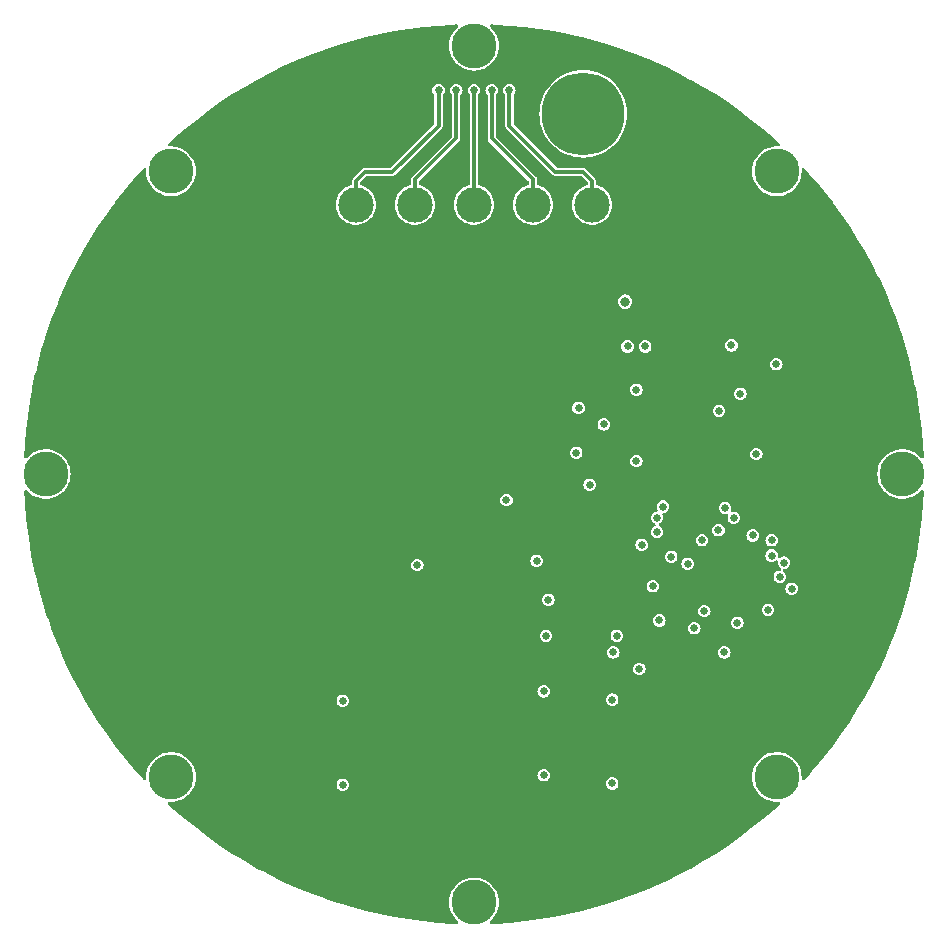
<source format=gbl>
G04 #@! TF.GenerationSoftware,KiCad,Pcbnew,8.0.4*
G04 #@! TF.CreationDate,2025-04-17T01:05:08+02:00*
G04 #@! TF.ProjectId,buck_mcu_stage,6275636b-5f6d-4637-955f-73746167652e,rev?*
G04 #@! TF.SameCoordinates,Original*
G04 #@! TF.FileFunction,Copper,L4,Bot*
G04 #@! TF.FilePolarity,Positive*
%FSLAX46Y46*%
G04 Gerber Fmt 4.6, Leading zero omitted, Abs format (unit mm)*
G04 Created by KiCad (PCBNEW 8.0.4) date 2025-04-17 01:05:08*
%MOMM*%
%LPD*%
G01*
G04 APERTURE LIST*
G04 #@! TA.AperFunction,ComponentPad*
%ADD10C,7.000000*%
G04 #@! TD*
G04 #@! TA.AperFunction,ComponentPad*
%ADD11C,2.600000*%
G04 #@! TD*
G04 #@! TA.AperFunction,ConnectorPad*
%ADD12C,3.800000*%
G04 #@! TD*
G04 #@! TA.AperFunction,SMDPad,CuDef*
%ADD13C,3.000000*%
G04 #@! TD*
G04 #@! TA.AperFunction,ViaPad*
%ADD14C,0.650000*%
G04 #@! TD*
G04 #@! TA.AperFunction,ViaPad*
%ADD15C,0.800000*%
G04 #@! TD*
G04 #@! TA.AperFunction,Conductor*
%ADD16C,0.300000*%
G04 #@! TD*
G04 APERTURE END LIST*
D10*
X159250000Y-69504000D03*
X140750000Y-69504000D03*
D11*
X113737000Y-100000000D03*
D12*
X113737000Y-100000000D03*
D11*
X150000000Y-63737000D03*
D12*
X150000000Y-63737000D03*
D13*
X140000000Y-77200000D03*
X145000000Y-77200000D03*
X150000000Y-77200000D03*
X155000000Y-77200000D03*
X160000000Y-77200000D03*
D11*
X124358000Y-74359000D03*
D12*
X124358000Y-74359000D03*
D11*
X186263000Y-100000000D03*
D12*
X186263000Y-100000000D03*
D11*
X150000000Y-136263000D03*
D12*
X150000000Y-136263000D03*
D11*
X175641000Y-125641000D03*
D12*
X175641000Y-125641000D03*
D11*
X124359000Y-125641000D03*
D12*
X124359000Y-125641000D03*
D11*
X175641000Y-74359000D03*
D12*
X175641000Y-74359000D03*
D14*
X164500000Y-89200000D03*
X161000000Y-95800000D03*
X163000000Y-89200000D03*
X158650000Y-98200000D03*
D15*
X127500000Y-117500000D03*
X125000000Y-95000000D03*
D14*
X143795000Y-81708000D03*
X168350000Y-83800000D03*
D15*
X130000000Y-85000000D03*
D14*
X161500000Y-102750000D03*
D15*
X132500000Y-122500000D03*
X127500000Y-97500000D03*
X127500000Y-92500000D03*
D14*
X148295000Y-80708000D03*
D15*
X135000000Y-125000000D03*
X125000000Y-105000000D03*
X127500000Y-102500000D03*
X127500000Y-112500000D03*
D14*
X144795000Y-81708000D03*
D15*
X122500000Y-102500000D03*
D14*
X149200000Y-103600000D03*
D15*
X135000000Y-85000000D03*
D14*
X150700000Y-104600000D03*
X147295000Y-80708000D03*
X150795000Y-81708000D03*
X149795000Y-81708000D03*
X151795000Y-81708000D03*
X148200000Y-103600000D03*
X143295000Y-80708000D03*
X146295000Y-80708000D03*
X162700000Y-123600000D03*
D15*
X125000000Y-110000000D03*
X127500000Y-107500000D03*
X132500000Y-82500000D03*
D14*
X145795000Y-81708000D03*
D15*
X135000000Y-115000000D03*
X137500000Y-82500000D03*
D14*
X147200000Y-103600000D03*
X146700000Y-104600000D03*
X161500000Y-89200000D03*
X151200000Y-103600000D03*
D15*
X135000000Y-120000000D03*
D14*
X151700000Y-104600000D03*
D15*
X127500000Y-82500000D03*
D14*
X142795000Y-81708000D03*
X147700000Y-104600000D03*
D15*
X122500000Y-107500000D03*
D14*
X150200000Y-103600000D03*
X149295000Y-80708000D03*
D15*
X140000000Y-85000000D03*
X122500000Y-92500000D03*
D14*
X147795000Y-81708000D03*
X148795000Y-81708000D03*
D15*
X130000000Y-115000000D03*
X130000000Y-120000000D03*
D14*
X150295000Y-80708000D03*
X160000000Y-92600000D03*
X151295000Y-80708000D03*
X144295000Y-80708000D03*
D15*
X125000000Y-115000000D03*
X127500000Y-87500000D03*
X132500000Y-117500000D03*
X125000000Y-90000000D03*
X125000000Y-100000000D03*
D14*
X146795000Y-81708000D03*
X148700000Y-104600000D03*
X149700000Y-104600000D03*
X162700000Y-116500000D03*
D15*
X122500000Y-97500000D03*
D14*
X145295000Y-80708000D03*
X165500000Y-104900000D03*
D15*
X162800000Y-85400000D03*
D14*
X165700000Y-112400000D03*
X166700000Y-107000000D03*
X176900000Y-109700000D03*
X153000000Y-67500000D03*
X168100000Y-107600000D03*
X165150000Y-109500000D03*
X175900000Y-108700000D03*
X151500000Y-67500000D03*
X176250000Y-107500000D03*
X175200000Y-106900000D03*
X150000000Y-67500000D03*
X147000000Y-67500000D03*
X173600000Y-105200000D03*
X148500000Y-67500000D03*
X175200000Y-105600000D03*
X175600000Y-90700000D03*
X169500000Y-111600000D03*
X164200000Y-106000000D03*
X174900000Y-111500000D03*
X163750000Y-92850000D03*
X164000000Y-116500000D03*
X168650000Y-113050000D03*
X170750000Y-94650000D03*
X173900000Y-98300000D03*
X156100000Y-113700000D03*
X163750000Y-98900000D03*
X166000000Y-102750000D03*
X169300000Y-105600000D03*
X161700000Y-126200000D03*
X161700000Y-119100000D03*
X172550000Y-93200000D03*
X145200000Y-107700000D03*
X158850000Y-94400000D03*
X152750000Y-102198000D03*
X161800000Y-115100000D03*
X171200000Y-115100000D03*
X172300000Y-112600000D03*
X162100000Y-113700000D03*
X171800000Y-89100000D03*
X172000000Y-103700000D03*
X155900000Y-118400000D03*
X138900000Y-119200000D03*
X155900000Y-125500000D03*
X138900000Y-126300000D03*
X165500000Y-103700000D03*
X159800000Y-100900000D03*
X155300000Y-107350000D03*
X171250000Y-102850000D03*
X156300000Y-110650000D03*
X170700000Y-104750000D03*
D16*
X156900000Y-74400000D02*
X159200000Y-74400000D01*
X153000000Y-67500000D02*
X153000000Y-70500000D01*
X159200000Y-74400000D02*
X160000000Y-75200000D01*
X153000000Y-70500000D02*
X156900000Y-74400000D01*
X160000000Y-75200000D02*
X160000000Y-75700000D01*
X155000000Y-75050000D02*
X155000000Y-75700000D01*
X151500000Y-71550000D02*
X155000000Y-75050000D01*
X151500000Y-67500000D02*
X151500000Y-71550000D01*
X150000000Y-75700000D02*
X150000000Y-67500000D01*
X143100000Y-74400000D02*
X140800000Y-74400000D01*
X147000000Y-67500000D02*
X147000000Y-70500000D01*
X140800000Y-74400000D02*
X140000000Y-75200000D01*
X140000000Y-75200000D02*
X140000000Y-75700000D01*
X147000000Y-70500000D02*
X143100000Y-74400000D01*
X148500000Y-67500000D02*
X148500000Y-71550000D01*
X148500000Y-71550000D02*
X145000000Y-75050000D01*
X145000000Y-75050000D02*
X145000000Y-75700000D01*
G04 #@! TA.AperFunction,Conductor*
G36*
X151848240Y-61945387D02*
G01*
X151852145Y-61945577D01*
X153079540Y-62025193D01*
X153083477Y-62025513D01*
X154307603Y-62144828D01*
X154311535Y-62145275D01*
X155531144Y-62304166D01*
X155535098Y-62304746D01*
X156748949Y-62503051D01*
X156752843Y-62503752D01*
X157959602Y-62741253D01*
X157963495Y-62742085D01*
X158640270Y-62898203D01*
X159161926Y-63018538D01*
X159165823Y-63019503D01*
X160354677Y-63334620D01*
X160358500Y-63335700D01*
X161536556Y-63689156D01*
X161540290Y-63690343D01*
X162706306Y-64081769D01*
X162710005Y-64083077D01*
X163862742Y-64512061D01*
X163866448Y-64513509D01*
X165004643Y-64979575D01*
X165008287Y-64981137D01*
X166071036Y-65457055D01*
X166130759Y-65483800D01*
X166134387Y-65485495D01*
X167240030Y-66024260D01*
X167243557Y-66026050D01*
X168331225Y-66600363D01*
X168334644Y-66602240D01*
X169403113Y-67211455D01*
X169406546Y-67213487D01*
X170454713Y-67856973D01*
X170458021Y-67859079D01*
X171484834Y-68536189D01*
X171488081Y-68538406D01*
X172492417Y-69248404D01*
X172495622Y-69250749D01*
X173476396Y-69992863D01*
X173479547Y-69995329D01*
X174137913Y-70527875D01*
X174435773Y-70768811D01*
X174438854Y-70771387D01*
X175369512Y-71575411D01*
X175372508Y-71578085D01*
X175488762Y-71685287D01*
X175877375Y-72043643D01*
X175913314Y-72103559D01*
X175911154Y-72173396D01*
X175871581Y-72230978D01*
X175807159Y-72258025D01*
X175788914Y-72258424D01*
X175788914Y-72258500D01*
X175785473Y-72258500D01*
X175784879Y-72258513D01*
X175784688Y-72258500D01*
X175784678Y-72258500D01*
X175497322Y-72258500D01*
X175497321Y-72258500D01*
X175212642Y-72297629D01*
X175212635Y-72297630D01*
X175004861Y-72355845D01*
X174935942Y-72375156D01*
X174935939Y-72375156D01*
X174935936Y-72375158D01*
X174935935Y-72375158D01*
X174672382Y-72489634D01*
X174426853Y-72638944D01*
X174203950Y-72820289D01*
X174007812Y-73030299D01*
X173842098Y-73265064D01*
X173709894Y-73520206D01*
X173613667Y-73790962D01*
X173613666Y-73790965D01*
X173555201Y-74072319D01*
X173535592Y-74359000D01*
X173555201Y-74645680D01*
X173613666Y-74927034D01*
X173613667Y-74927037D01*
X173709894Y-75197793D01*
X173709893Y-75197793D01*
X173842098Y-75452935D01*
X174007812Y-75687700D01*
X174092923Y-75778831D01*
X174203947Y-75897708D01*
X174426853Y-76079055D01*
X174672382Y-76228365D01*
X174859237Y-76309526D01*
X174935942Y-76342844D01*
X175212642Y-76420371D01*
X175462920Y-76454771D01*
X175497321Y-76459500D01*
X175497322Y-76459500D01*
X175784679Y-76459500D01*
X175815370Y-76455281D01*
X176069358Y-76420371D01*
X176346058Y-76342844D01*
X176459015Y-76293779D01*
X176609617Y-76228365D01*
X176609620Y-76228363D01*
X176609625Y-76228361D01*
X176855147Y-76079055D01*
X177078053Y-75897708D01*
X177274189Y-75687698D01*
X177439901Y-75452936D01*
X177572104Y-75197797D01*
X177668334Y-74927032D01*
X177726798Y-74645686D01*
X177746408Y-74359000D01*
X177735779Y-74203620D01*
X177750843Y-74135396D01*
X177800401Y-74086144D01*
X177868719Y-74071504D01*
X177934108Y-74096124D01*
X177949274Y-74109633D01*
X177958702Y-74119531D01*
X178007341Y-74170592D01*
X178010041Y-74173520D01*
X178829061Y-75091072D01*
X178831634Y-75094049D01*
X179265172Y-75612612D01*
X179620540Y-76037674D01*
X179623065Y-76040797D01*
X180380916Y-77009365D01*
X180383340Y-77012567D01*
X181109481Y-78005237D01*
X181111799Y-78008516D01*
X181351750Y-78359877D01*
X181710239Y-78884814D01*
X181805414Y-79024178D01*
X181807624Y-79027531D01*
X182467940Y-80065049D01*
X182470042Y-80068471D01*
X183096464Y-81126911D01*
X183098453Y-81130400D01*
X183690249Y-82208527D01*
X183692124Y-82212078D01*
X184248704Y-83308814D01*
X184250463Y-83312424D01*
X184771237Y-84426609D01*
X184772878Y-84430274D01*
X184963649Y-84875464D01*
X185255595Y-85556762D01*
X185257295Y-85560728D01*
X185258817Y-85564445D01*
X185706373Y-86709991D01*
X185707772Y-86713750D01*
X186093373Y-87803588D01*
X186118006Y-87873207D01*
X186119284Y-87877015D01*
X186491752Y-89049135D01*
X186492906Y-89052981D01*
X186827224Y-90236551D01*
X186828253Y-90240433D01*
X187124075Y-91434226D01*
X187124977Y-91438139D01*
X187381974Y-92640830D01*
X187382750Y-92644770D01*
X187600680Y-93855224D01*
X187601327Y-93859188D01*
X187779937Y-95076003D01*
X187780456Y-95079985D01*
X187919572Y-96301965D01*
X187919962Y-96305962D01*
X188019436Y-97531822D01*
X188019696Y-97535829D01*
X188068288Y-98535267D01*
X188051882Y-98603184D01*
X188001362Y-98651449D01*
X187932768Y-98664739D01*
X187867878Y-98638835D01*
X187853811Y-98625926D01*
X187796926Y-98565018D01*
X187700053Y-98461292D01*
X187477147Y-98279945D01*
X187477146Y-98279944D01*
X187231617Y-98130634D01*
X186968063Y-98016158D01*
X186968061Y-98016157D01*
X186968058Y-98016156D01*
X186838578Y-97979877D01*
X186691364Y-97938630D01*
X186691359Y-97938629D01*
X186691358Y-97938629D01*
X186549018Y-97919064D01*
X186406679Y-97899500D01*
X186406678Y-97899500D01*
X186119322Y-97899500D01*
X186119321Y-97899500D01*
X185834642Y-97938629D01*
X185834635Y-97938630D01*
X185626861Y-97996845D01*
X185557942Y-98016156D01*
X185557939Y-98016156D01*
X185557936Y-98016158D01*
X185557935Y-98016158D01*
X185294382Y-98130634D01*
X185048853Y-98279944D01*
X184825950Y-98461289D01*
X184629812Y-98671299D01*
X184464098Y-98906064D01*
X184331894Y-99161206D01*
X184235667Y-99431962D01*
X184235666Y-99431965D01*
X184177201Y-99713319D01*
X184157592Y-100000000D01*
X184177201Y-100286680D01*
X184177201Y-100286684D01*
X184177202Y-100286686D01*
X184198261Y-100388026D01*
X184235666Y-100568034D01*
X184235667Y-100568037D01*
X184331894Y-100838793D01*
X184331893Y-100838793D01*
X184464098Y-101093935D01*
X184629812Y-101328700D01*
X184707585Y-101411974D01*
X184825947Y-101538708D01*
X185048853Y-101720055D01*
X185218478Y-101823207D01*
X185294382Y-101869365D01*
X185481237Y-101950526D01*
X185557942Y-101983844D01*
X185834642Y-102061371D01*
X186084920Y-102095771D01*
X186119321Y-102100500D01*
X186119322Y-102100500D01*
X186406679Y-102100500D01*
X186437370Y-102096281D01*
X186691358Y-102061371D01*
X186968058Y-101983844D01*
X187081015Y-101934779D01*
X187231617Y-101869365D01*
X187231620Y-101869363D01*
X187231625Y-101869361D01*
X187477147Y-101720055D01*
X187700053Y-101538708D01*
X187853813Y-101374070D01*
X187913955Y-101338514D01*
X187983776Y-101341117D01*
X188041106Y-101381054D01*
X188067744Y-101445646D01*
X188068288Y-101464732D01*
X188019696Y-102464170D01*
X188019436Y-102468177D01*
X187919962Y-103694037D01*
X187919572Y-103698034D01*
X187780456Y-104920014D01*
X187779937Y-104923996D01*
X187601327Y-106140811D01*
X187600680Y-106144775D01*
X187382750Y-107355229D01*
X187381974Y-107359169D01*
X187124977Y-108561860D01*
X187124075Y-108565773D01*
X186828253Y-109759566D01*
X186827224Y-109763448D01*
X186492906Y-110947018D01*
X186491752Y-110950864D01*
X186119284Y-112122984D01*
X186118008Y-112126785D01*
X186069880Y-112262813D01*
X185707774Y-113286245D01*
X185706373Y-113290008D01*
X185258817Y-114435554D01*
X185257295Y-114439271D01*
X184772878Y-115569725D01*
X184771237Y-115573390D01*
X184250463Y-116687575D01*
X184248704Y-116691185D01*
X183692124Y-117787921D01*
X183690249Y-117791472D01*
X183098453Y-118869599D01*
X183096464Y-118873088D01*
X182470042Y-119931528D01*
X182467940Y-119934950D01*
X181807624Y-120972468D01*
X181805414Y-120975821D01*
X181111799Y-121991483D01*
X181109481Y-121994762D01*
X180383340Y-122987432D01*
X180380916Y-122990634D01*
X179623065Y-123959202D01*
X179620540Y-123962325D01*
X178831647Y-124905935D01*
X178829034Y-124908958D01*
X178423913Y-125362818D01*
X178010063Y-125826455D01*
X178007340Y-125829407D01*
X177949274Y-125890364D01*
X177888783Y-125925328D01*
X177818990Y-125922038D01*
X177762057Y-125881537D01*
X177736057Y-125816685D01*
X177735779Y-125796386D01*
X177746408Y-125641000D01*
X177726798Y-125354314D01*
X177668334Y-125072968D01*
X177572105Y-124802206D01*
X177572106Y-124802206D01*
X177439901Y-124547064D01*
X177274187Y-124312299D01*
X177195554Y-124228105D01*
X177078053Y-124102292D01*
X176855147Y-123920945D01*
X176855146Y-123920944D01*
X176609617Y-123771634D01*
X176346063Y-123657158D01*
X176346061Y-123657157D01*
X176346058Y-123657156D01*
X176216578Y-123620877D01*
X176069364Y-123579630D01*
X176069359Y-123579629D01*
X176069358Y-123579629D01*
X175927018Y-123560064D01*
X175784679Y-123540500D01*
X175784678Y-123540500D01*
X175497322Y-123540500D01*
X175497321Y-123540500D01*
X175212642Y-123579629D01*
X175212635Y-123579630D01*
X175004861Y-123637845D01*
X174935942Y-123657156D01*
X174935939Y-123657156D01*
X174935936Y-123657158D01*
X174935935Y-123657158D01*
X174672382Y-123771634D01*
X174426853Y-123920944D01*
X174203950Y-124102289D01*
X174007812Y-124312299D01*
X173842098Y-124547064D01*
X173709894Y-124802206D01*
X173613667Y-125072962D01*
X173613666Y-125072965D01*
X173555201Y-125354319D01*
X173535592Y-125641000D01*
X173555201Y-125927680D01*
X173555201Y-125927684D01*
X173555202Y-125927686D01*
X173556719Y-125934985D01*
X173613666Y-126209034D01*
X173613667Y-126209037D01*
X173709894Y-126479793D01*
X173709893Y-126479793D01*
X173842098Y-126734935D01*
X174007812Y-126969700D01*
X174092923Y-127060831D01*
X174203947Y-127179708D01*
X174426853Y-127361055D01*
X174672382Y-127510365D01*
X174859237Y-127591526D01*
X174935942Y-127624844D01*
X175212642Y-127702371D01*
X175462920Y-127736771D01*
X175497321Y-127741500D01*
X175497322Y-127741500D01*
X175784673Y-127741500D01*
X175784678Y-127741500D01*
X175784682Y-127741499D01*
X175784848Y-127741488D01*
X175784902Y-127741500D01*
X175788914Y-127741500D01*
X175788914Y-127742385D01*
X175853075Y-127756550D01*
X175902328Y-127806108D01*
X175916969Y-127874426D01*
X175892351Y-127939815D01*
X175877374Y-127956357D01*
X175372508Y-128421914D01*
X175369512Y-128424588D01*
X174438854Y-129228612D01*
X174435773Y-129231188D01*
X173479559Y-130004661D01*
X173476396Y-130007136D01*
X172495640Y-130749237D01*
X172492399Y-130751608D01*
X171488116Y-131461569D01*
X171484799Y-131463834D01*
X170458061Y-132140895D01*
X170454673Y-132143051D01*
X169406546Y-132786512D01*
X169403091Y-132788557D01*
X168859142Y-133098704D01*
X168334692Y-133397732D01*
X168331188Y-133399656D01*
X167243584Y-133973935D01*
X167240003Y-133975752D01*
X166134397Y-134514499D01*
X166130759Y-134516199D01*
X165008310Y-135018852D01*
X165004619Y-135020434D01*
X163866465Y-135486483D01*
X163862724Y-135487945D01*
X162710048Y-135916906D01*
X162706262Y-135918245D01*
X161540336Y-136309641D01*
X161536509Y-136310857D01*
X160358521Y-136664293D01*
X160354656Y-136665385D01*
X159165824Y-136980495D01*
X159161926Y-136981461D01*
X157963512Y-137257910D01*
X157959585Y-137258749D01*
X156752872Y-137496241D01*
X156748920Y-137496953D01*
X155535108Y-137695251D01*
X155531134Y-137695834D01*
X154311564Y-137854720D01*
X154307574Y-137855174D01*
X153083510Y-137974483D01*
X153079508Y-137974808D01*
X151852198Y-138054419D01*
X151848186Y-138054614D01*
X151463716Y-138067070D01*
X151396075Y-138049567D01*
X151348634Y-137998272D01*
X151336456Y-137929472D01*
X151363408Y-137865009D01*
X151381443Y-137846949D01*
X151437053Y-137801708D01*
X151633189Y-137591698D01*
X151798901Y-137356936D01*
X151931104Y-137101797D01*
X152027334Y-136831032D01*
X152085798Y-136549686D01*
X152105408Y-136263000D01*
X152085798Y-135976314D01*
X152027334Y-135694968D01*
X151931105Y-135424206D01*
X151931106Y-135424206D01*
X151798901Y-135169064D01*
X151633187Y-134934299D01*
X151554554Y-134850105D01*
X151437053Y-134724292D01*
X151214147Y-134542945D01*
X151214146Y-134542944D01*
X150968617Y-134393634D01*
X150705063Y-134279158D01*
X150705061Y-134279157D01*
X150705058Y-134279156D01*
X150575578Y-134242877D01*
X150428364Y-134201630D01*
X150428359Y-134201629D01*
X150428358Y-134201629D01*
X150286018Y-134182064D01*
X150143679Y-134162500D01*
X150143678Y-134162500D01*
X149856322Y-134162500D01*
X149856321Y-134162500D01*
X149571642Y-134201629D01*
X149571635Y-134201630D01*
X149363861Y-134259845D01*
X149294942Y-134279156D01*
X149294939Y-134279156D01*
X149294936Y-134279158D01*
X149294935Y-134279158D01*
X149031382Y-134393634D01*
X148785853Y-134542944D01*
X148562950Y-134724289D01*
X148366812Y-134934299D01*
X148201098Y-135169064D01*
X148068894Y-135424206D01*
X147972667Y-135694962D01*
X147972666Y-135694965D01*
X147914201Y-135976319D01*
X147894592Y-136263000D01*
X147914201Y-136549680D01*
X147972666Y-136831034D01*
X147972667Y-136831037D01*
X148068894Y-137101793D01*
X148068893Y-137101793D01*
X148201098Y-137356935D01*
X148366812Y-137591700D01*
X148451923Y-137682831D01*
X148562947Y-137801708D01*
X148596773Y-137829227D01*
X148618553Y-137846947D01*
X148658133Y-137904524D01*
X148660302Y-137974360D01*
X148624370Y-138034282D01*
X148561746Y-138065266D01*
X148536283Y-138067070D01*
X148151813Y-138054614D01*
X148147801Y-138054419D01*
X146920491Y-137974808D01*
X146916489Y-137974483D01*
X145692425Y-137855174D01*
X145688435Y-137854720D01*
X144468865Y-137695834D01*
X144464891Y-137695251D01*
X143251079Y-137496953D01*
X143247127Y-137496241D01*
X142040414Y-137258749D01*
X142036487Y-137257910D01*
X140838073Y-136981461D01*
X140834175Y-136980495D01*
X139645343Y-136665385D01*
X139641478Y-136664293D01*
X138801447Y-136412255D01*
X138463482Y-136310854D01*
X138459663Y-136309641D01*
X137466733Y-135976319D01*
X137293729Y-135918242D01*
X137289951Y-135916906D01*
X136137275Y-135487945D01*
X136133534Y-135486483D01*
X134995380Y-135020434D01*
X134991689Y-135018852D01*
X133869240Y-134516199D01*
X133865602Y-134514499D01*
X132759996Y-133975752D01*
X132756415Y-133973935D01*
X132284592Y-133724802D01*
X131668795Y-133399647D01*
X131665333Y-133397747D01*
X130596905Y-132788555D01*
X130593453Y-132786512D01*
X130026736Y-132438596D01*
X129545302Y-132143036D01*
X129541962Y-132140910D01*
X128515178Y-131463819D01*
X128511905Y-131461584D01*
X127507593Y-130751603D01*
X127504359Y-130749237D01*
X126523603Y-130007136D01*
X126520440Y-130004661D01*
X125564226Y-129231188D01*
X125561145Y-129228612D01*
X124630487Y-128424588D01*
X124627491Y-128421914D01*
X124385683Y-128198934D01*
X124122623Y-127956355D01*
X124086685Y-127896440D01*
X124088845Y-127826603D01*
X124128418Y-127769021D01*
X124192840Y-127741974D01*
X124211086Y-127741576D01*
X124211086Y-127741500D01*
X124214595Y-127741500D01*
X124215146Y-127741488D01*
X124215321Y-127741500D01*
X124215322Y-127741500D01*
X124502679Y-127741500D01*
X124533370Y-127737281D01*
X124787358Y-127702371D01*
X125064058Y-127624844D01*
X125177015Y-127575779D01*
X125327617Y-127510365D01*
X125327620Y-127510363D01*
X125327625Y-127510361D01*
X125573147Y-127361055D01*
X125796053Y-127179708D01*
X125992189Y-126969698D01*
X126157901Y-126734936D01*
X126290104Y-126479797D01*
X126354004Y-126299999D01*
X138369965Y-126299999D01*
X138369965Y-126300000D01*
X138388026Y-126437181D01*
X138388027Y-126437186D01*
X138440974Y-126565015D01*
X138440975Y-126565017D01*
X138440976Y-126565018D01*
X138525209Y-126674791D01*
X138634982Y-126759024D01*
X138762817Y-126811974D01*
X138885702Y-126828152D01*
X138899999Y-126830035D01*
X138900000Y-126830035D01*
X138900001Y-126830035D01*
X138912947Y-126828330D01*
X139037183Y-126811974D01*
X139165018Y-126759024D01*
X139274791Y-126674791D01*
X139359024Y-126565018D01*
X139411974Y-126437183D01*
X139430035Y-126300000D01*
X139416869Y-126200000D01*
X161169965Y-126200000D01*
X161183130Y-126299999D01*
X161188026Y-126337181D01*
X161188027Y-126337186D01*
X161240974Y-126465015D01*
X161240975Y-126465017D01*
X161240976Y-126465018D01*
X161325209Y-126574791D01*
X161434982Y-126659024D01*
X161562817Y-126711974D01*
X161685702Y-126728152D01*
X161699999Y-126730035D01*
X161700000Y-126730035D01*
X161700001Y-126730035D01*
X161712947Y-126728330D01*
X161837183Y-126711974D01*
X161965018Y-126659024D01*
X162074791Y-126574791D01*
X162159024Y-126465018D01*
X162211974Y-126337183D01*
X162230035Y-126200000D01*
X162211974Y-126062817D01*
X162159024Y-125934983D01*
X162074791Y-125825209D01*
X162074789Y-125825208D01*
X162074789Y-125825207D01*
X161965015Y-125740974D01*
X161837186Y-125688027D01*
X161837184Y-125688026D01*
X161837183Y-125688026D01*
X161745727Y-125675985D01*
X161700001Y-125669965D01*
X161699999Y-125669965D01*
X161631408Y-125678995D01*
X161562817Y-125688026D01*
X161562816Y-125688026D01*
X161562813Y-125688027D01*
X161434985Y-125740974D01*
X161325209Y-125825209D01*
X161240974Y-125934985D01*
X161188027Y-126062813D01*
X161188026Y-126062818D01*
X161172773Y-126178675D01*
X161169965Y-126200000D01*
X139416869Y-126200000D01*
X139411974Y-126162817D01*
X139359024Y-126034983D01*
X139274791Y-125925209D01*
X139274789Y-125925208D01*
X139274789Y-125925207D01*
X139165015Y-125840974D01*
X139037186Y-125788027D01*
X139037184Y-125788026D01*
X139037183Y-125788026D01*
X138945727Y-125775985D01*
X138900001Y-125769965D01*
X138899999Y-125769965D01*
X138831408Y-125778995D01*
X138762817Y-125788026D01*
X138762816Y-125788026D01*
X138762813Y-125788027D01*
X138634985Y-125840974D01*
X138525209Y-125925209D01*
X138440974Y-126034985D01*
X138388027Y-126162813D01*
X138388026Y-126162818D01*
X138369965Y-126299999D01*
X126354004Y-126299999D01*
X126386334Y-126209032D01*
X126444798Y-125927686D01*
X126464408Y-125641000D01*
X126454763Y-125499999D01*
X155369965Y-125499999D01*
X155369965Y-125500000D01*
X155388026Y-125637181D01*
X155388027Y-125637186D01*
X155440974Y-125765015D01*
X155440975Y-125765017D01*
X155440976Y-125765018D01*
X155525209Y-125874791D01*
X155634982Y-125959024D01*
X155762817Y-126011974D01*
X155885702Y-126028152D01*
X155899999Y-126030035D01*
X155900000Y-126030035D01*
X155900001Y-126030035D01*
X155912947Y-126028330D01*
X156037183Y-126011974D01*
X156165018Y-125959024D01*
X156274791Y-125874791D01*
X156359024Y-125765018D01*
X156411974Y-125637183D01*
X156430035Y-125500000D01*
X156411974Y-125362817D01*
X156359024Y-125234983D01*
X156274791Y-125125209D01*
X156274789Y-125125208D01*
X156274789Y-125125207D01*
X156165015Y-125040974D01*
X156037186Y-124988027D01*
X156037184Y-124988026D01*
X156037183Y-124988026D01*
X155945727Y-124975985D01*
X155900001Y-124969965D01*
X155899999Y-124969965D01*
X155831408Y-124978995D01*
X155762817Y-124988026D01*
X155762816Y-124988026D01*
X155762813Y-124988027D01*
X155634985Y-125040974D01*
X155525209Y-125125209D01*
X155440974Y-125234985D01*
X155388027Y-125362813D01*
X155388026Y-125362818D01*
X155369965Y-125499999D01*
X126454763Y-125499999D01*
X126444798Y-125354314D01*
X126386334Y-125072968D01*
X126290105Y-124802206D01*
X126290106Y-124802206D01*
X126157901Y-124547064D01*
X125992187Y-124312299D01*
X125913554Y-124228105D01*
X125796053Y-124102292D01*
X125573147Y-123920945D01*
X125573146Y-123920944D01*
X125327617Y-123771634D01*
X125064063Y-123657158D01*
X125064061Y-123657157D01*
X125064058Y-123657156D01*
X124934578Y-123620877D01*
X124787364Y-123579630D01*
X124787359Y-123579629D01*
X124787358Y-123579629D01*
X124645018Y-123560064D01*
X124502679Y-123540500D01*
X124502678Y-123540500D01*
X124215322Y-123540500D01*
X124215321Y-123540500D01*
X123930642Y-123579629D01*
X123930635Y-123579630D01*
X123722861Y-123637845D01*
X123653942Y-123657156D01*
X123653939Y-123657156D01*
X123653936Y-123657158D01*
X123653935Y-123657158D01*
X123390382Y-123771634D01*
X123144853Y-123920944D01*
X122921950Y-124102289D01*
X122725812Y-124312299D01*
X122560098Y-124547064D01*
X122427894Y-124802206D01*
X122331667Y-125072962D01*
X122331666Y-125072965D01*
X122273201Y-125354319D01*
X122253592Y-125641000D01*
X122264220Y-125796377D01*
X122249156Y-125864604D01*
X122199598Y-125913855D01*
X122131279Y-125928495D01*
X122065891Y-125903875D01*
X122050724Y-125890365D01*
X121992658Y-125829407D01*
X121989960Y-125826481D01*
X121170933Y-124908923D01*
X121168369Y-124905955D01*
X120379459Y-123962325D01*
X120376934Y-123959202D01*
X119619083Y-122990634D01*
X119616659Y-122987432D01*
X118890518Y-121994762D01*
X118888200Y-121991483D01*
X118194569Y-120975796D01*
X118192392Y-120972494D01*
X117532040Y-119934919D01*
X117529976Y-119931559D01*
X117097013Y-119199999D01*
X138369965Y-119199999D01*
X138369965Y-119200000D01*
X138388026Y-119337181D01*
X138388027Y-119337186D01*
X138440974Y-119465015D01*
X138440975Y-119465017D01*
X138440976Y-119465018D01*
X138525209Y-119574791D01*
X138634982Y-119659024D01*
X138762817Y-119711974D01*
X138885702Y-119728152D01*
X138899999Y-119730035D01*
X138900000Y-119730035D01*
X138900001Y-119730035D01*
X138912947Y-119728330D01*
X139037183Y-119711974D01*
X139165018Y-119659024D01*
X139274791Y-119574791D01*
X139359024Y-119465018D01*
X139411974Y-119337183D01*
X139430035Y-119200000D01*
X139416869Y-119100000D01*
X161169965Y-119100000D01*
X161183130Y-119199999D01*
X161188026Y-119237181D01*
X161188027Y-119237186D01*
X161240974Y-119365015D01*
X161240975Y-119365017D01*
X161240976Y-119365018D01*
X161325209Y-119474791D01*
X161434982Y-119559024D01*
X161562817Y-119611974D01*
X161685702Y-119628152D01*
X161699999Y-119630035D01*
X161700000Y-119630035D01*
X161700001Y-119630035D01*
X161712947Y-119628330D01*
X161837183Y-119611974D01*
X161965018Y-119559024D01*
X162074791Y-119474791D01*
X162159024Y-119365018D01*
X162211974Y-119237183D01*
X162230035Y-119100000D01*
X162211974Y-118962817D01*
X162159024Y-118834983D01*
X162074791Y-118725209D01*
X162074789Y-118725208D01*
X162074789Y-118725207D01*
X161965015Y-118640974D01*
X161837186Y-118588027D01*
X161837184Y-118588026D01*
X161837183Y-118588026D01*
X161745727Y-118575985D01*
X161700001Y-118569965D01*
X161699999Y-118569965D01*
X161631408Y-118578995D01*
X161562817Y-118588026D01*
X161562816Y-118588026D01*
X161562813Y-118588027D01*
X161434985Y-118640974D01*
X161325209Y-118725209D01*
X161240974Y-118834985D01*
X161188027Y-118962813D01*
X161188026Y-118962816D01*
X161188026Y-118962817D01*
X161169965Y-119100000D01*
X139416869Y-119100000D01*
X139411974Y-119062817D01*
X139359024Y-118934983D01*
X139274791Y-118825209D01*
X139274789Y-118825208D01*
X139274789Y-118825207D01*
X139165015Y-118740974D01*
X139037186Y-118688027D01*
X139037184Y-118688026D01*
X139037183Y-118688026D01*
X138945727Y-118675985D01*
X138900001Y-118669965D01*
X138899999Y-118669965D01*
X138831408Y-118678995D01*
X138762817Y-118688026D01*
X138762816Y-118688026D01*
X138762813Y-118688027D01*
X138634985Y-118740974D01*
X138525209Y-118825209D01*
X138440974Y-118934985D01*
X138388027Y-119062813D01*
X138388026Y-119062818D01*
X138369965Y-119199999D01*
X117097013Y-119199999D01*
X116926549Y-118911974D01*
X116903535Y-118873088D01*
X116901546Y-118869599D01*
X116643777Y-118399999D01*
X155369965Y-118399999D01*
X155369965Y-118400000D01*
X155388026Y-118537181D01*
X155388027Y-118537186D01*
X155440974Y-118665015D01*
X155440975Y-118665017D01*
X155440976Y-118665018D01*
X155525209Y-118774791D01*
X155634982Y-118859024D01*
X155634983Y-118859024D01*
X155634984Y-118859025D01*
X155668936Y-118873088D01*
X155762817Y-118911974D01*
X155885702Y-118928152D01*
X155899999Y-118930035D01*
X155900000Y-118930035D01*
X155900001Y-118930035D01*
X155912947Y-118928330D01*
X156037183Y-118911974D01*
X156165018Y-118859024D01*
X156274791Y-118774791D01*
X156359024Y-118665018D01*
X156411974Y-118537183D01*
X156430035Y-118400000D01*
X156411974Y-118262817D01*
X156359024Y-118134983D01*
X156274791Y-118025209D01*
X156274789Y-118025208D01*
X156274789Y-118025207D01*
X156165015Y-117940974D01*
X156037186Y-117888027D01*
X156037184Y-117888026D01*
X156037183Y-117888026D01*
X155945727Y-117875985D01*
X155900001Y-117869965D01*
X155899999Y-117869965D01*
X155831408Y-117878995D01*
X155762817Y-117888026D01*
X155762816Y-117888026D01*
X155762813Y-117888027D01*
X155634985Y-117940974D01*
X155525209Y-118025209D01*
X155440974Y-118134985D01*
X155388027Y-118262813D01*
X155388026Y-118262818D01*
X155369965Y-118399999D01*
X116643777Y-118399999D01*
X116309750Y-117791472D01*
X116307875Y-117787921D01*
X115923257Y-117030035D01*
X115751285Y-116691165D01*
X115749536Y-116687575D01*
X115661862Y-116499999D01*
X163469965Y-116499999D01*
X163469965Y-116500000D01*
X163488026Y-116637181D01*
X163488027Y-116637186D01*
X163540974Y-116765015D01*
X163540975Y-116765017D01*
X163540976Y-116765018D01*
X163625209Y-116874791D01*
X163734982Y-116959024D01*
X163862817Y-117011974D01*
X163985702Y-117028152D01*
X163999999Y-117030035D01*
X164000000Y-117030035D01*
X164000001Y-117030035D01*
X164012947Y-117028330D01*
X164137183Y-117011974D01*
X164265018Y-116959024D01*
X164374791Y-116874791D01*
X164459024Y-116765018D01*
X164511974Y-116637183D01*
X164530035Y-116500000D01*
X164511974Y-116362817D01*
X164459024Y-116234983D01*
X164374791Y-116125209D01*
X164374789Y-116125208D01*
X164374789Y-116125207D01*
X164265015Y-116040974D01*
X164137186Y-115988027D01*
X164137184Y-115988026D01*
X164137183Y-115988026D01*
X164045727Y-115975985D01*
X164000001Y-115969965D01*
X163999999Y-115969965D01*
X163931408Y-115978995D01*
X163862817Y-115988026D01*
X163862816Y-115988026D01*
X163862813Y-115988027D01*
X163734985Y-116040974D01*
X163625209Y-116125209D01*
X163540974Y-116234985D01*
X163488027Y-116362813D01*
X163488026Y-116362818D01*
X163469965Y-116499999D01*
X115661862Y-116499999D01*
X115228762Y-115573390D01*
X115227121Y-115569725D01*
X115025836Y-115099999D01*
X161269965Y-115099999D01*
X161269965Y-115100000D01*
X161288026Y-115237181D01*
X161288027Y-115237186D01*
X161340974Y-115365015D01*
X161340975Y-115365017D01*
X161340976Y-115365018D01*
X161425209Y-115474791D01*
X161534982Y-115559024D01*
X161534983Y-115559024D01*
X161534984Y-115559025D01*
X161569665Y-115573390D01*
X161662817Y-115611974D01*
X161785702Y-115628152D01*
X161799999Y-115630035D01*
X161800000Y-115630035D01*
X161800001Y-115630035D01*
X161812947Y-115628330D01*
X161937183Y-115611974D01*
X162065018Y-115559024D01*
X162174791Y-115474791D01*
X162259024Y-115365018D01*
X162311974Y-115237183D01*
X162330035Y-115100000D01*
X162330035Y-115099999D01*
X170669965Y-115099999D01*
X170669965Y-115100000D01*
X170688026Y-115237181D01*
X170688027Y-115237186D01*
X170740974Y-115365015D01*
X170740975Y-115365017D01*
X170740976Y-115365018D01*
X170825209Y-115474791D01*
X170934982Y-115559024D01*
X170934983Y-115559024D01*
X170934984Y-115559025D01*
X170969665Y-115573390D01*
X171062817Y-115611974D01*
X171185702Y-115628152D01*
X171199999Y-115630035D01*
X171200000Y-115630035D01*
X171200001Y-115630035D01*
X171212947Y-115628330D01*
X171337183Y-115611974D01*
X171465018Y-115559024D01*
X171574791Y-115474791D01*
X171659024Y-115365018D01*
X171711974Y-115237183D01*
X171730035Y-115100000D01*
X171711974Y-114962817D01*
X171659024Y-114834983D01*
X171574791Y-114725209D01*
X171574789Y-114725208D01*
X171574789Y-114725207D01*
X171465015Y-114640974D01*
X171337186Y-114588027D01*
X171337184Y-114588026D01*
X171337183Y-114588026D01*
X171245727Y-114575985D01*
X171200001Y-114569965D01*
X171199999Y-114569965D01*
X171131408Y-114578995D01*
X171062817Y-114588026D01*
X171062816Y-114588026D01*
X171062813Y-114588027D01*
X170934985Y-114640974D01*
X170825209Y-114725209D01*
X170740974Y-114834985D01*
X170688027Y-114962813D01*
X170688026Y-114962818D01*
X170669965Y-115099999D01*
X162330035Y-115099999D01*
X162311974Y-114962817D01*
X162259024Y-114834983D01*
X162174791Y-114725209D01*
X162174789Y-114725208D01*
X162174789Y-114725207D01*
X162065015Y-114640974D01*
X161937186Y-114588027D01*
X161937184Y-114588026D01*
X161937183Y-114588026D01*
X161845727Y-114575985D01*
X161800001Y-114569965D01*
X161799999Y-114569965D01*
X161731408Y-114578995D01*
X161662817Y-114588026D01*
X161662816Y-114588026D01*
X161662813Y-114588027D01*
X161534985Y-114640974D01*
X161425209Y-114725209D01*
X161340974Y-114834985D01*
X161288027Y-114962813D01*
X161288026Y-114962818D01*
X161269965Y-115099999D01*
X115025836Y-115099999D01*
X114829137Y-114640974D01*
X114742690Y-114439238D01*
X114741195Y-114435587D01*
X114453806Y-113699999D01*
X155569965Y-113699999D01*
X155569965Y-113700000D01*
X155588026Y-113837181D01*
X155588027Y-113837186D01*
X155640974Y-113965015D01*
X155640975Y-113965017D01*
X155640976Y-113965018D01*
X155725209Y-114074791D01*
X155834982Y-114159024D01*
X155962817Y-114211974D01*
X156085702Y-114228152D01*
X156099999Y-114230035D01*
X156100000Y-114230035D01*
X156100001Y-114230035D01*
X156112947Y-114228330D01*
X156237183Y-114211974D01*
X156365018Y-114159024D01*
X156474791Y-114074791D01*
X156559024Y-113965018D01*
X156611974Y-113837183D01*
X156630035Y-113700000D01*
X156630035Y-113699999D01*
X161569965Y-113699999D01*
X161569965Y-113700000D01*
X161588026Y-113837181D01*
X161588027Y-113837186D01*
X161640974Y-113965015D01*
X161640975Y-113965017D01*
X161640976Y-113965018D01*
X161725209Y-114074791D01*
X161834982Y-114159024D01*
X161962817Y-114211974D01*
X162085702Y-114228152D01*
X162099999Y-114230035D01*
X162100000Y-114230035D01*
X162100001Y-114230035D01*
X162112947Y-114228330D01*
X162237183Y-114211974D01*
X162365018Y-114159024D01*
X162474791Y-114074791D01*
X162559024Y-113965018D01*
X162611974Y-113837183D01*
X162630035Y-113700000D01*
X162611974Y-113562817D01*
X162559024Y-113434983D01*
X162474791Y-113325209D01*
X162474789Y-113325208D01*
X162474789Y-113325207D01*
X162365015Y-113240974D01*
X162237186Y-113188027D01*
X162237184Y-113188026D01*
X162237183Y-113188026D01*
X162145727Y-113175985D01*
X162100001Y-113169965D01*
X162099999Y-113169965D01*
X162031408Y-113178995D01*
X161962817Y-113188026D01*
X161962816Y-113188026D01*
X161962813Y-113188027D01*
X161834985Y-113240974D01*
X161725209Y-113325209D01*
X161640974Y-113434985D01*
X161588027Y-113562813D01*
X161588026Y-113562818D01*
X161569965Y-113699999D01*
X156630035Y-113699999D01*
X156611974Y-113562817D01*
X156559024Y-113434983D01*
X156474791Y-113325209D01*
X156474789Y-113325208D01*
X156474789Y-113325207D01*
X156365015Y-113240974D01*
X156237186Y-113188027D01*
X156237184Y-113188026D01*
X156237183Y-113188026D01*
X156145727Y-113175985D01*
X156100001Y-113169965D01*
X156099999Y-113169965D01*
X156031408Y-113178995D01*
X155962817Y-113188026D01*
X155962816Y-113188026D01*
X155962813Y-113188027D01*
X155834985Y-113240974D01*
X155725209Y-113325209D01*
X155640974Y-113434985D01*
X155588027Y-113562813D01*
X155588026Y-113562818D01*
X155569965Y-113699999D01*
X114453806Y-113699999D01*
X114293619Y-113289990D01*
X114292239Y-113286283D01*
X114208638Y-113049999D01*
X168119965Y-113049999D01*
X168119965Y-113050000D01*
X168138026Y-113187181D01*
X168138027Y-113187186D01*
X168190974Y-113315015D01*
X168190975Y-113315017D01*
X168190976Y-113315018D01*
X168275209Y-113424791D01*
X168384982Y-113509024D01*
X168512817Y-113561974D01*
X168635702Y-113578152D01*
X168649999Y-113580035D01*
X168650000Y-113580035D01*
X168650001Y-113580035D01*
X168662947Y-113578330D01*
X168787183Y-113561974D01*
X168915018Y-113509024D01*
X169024791Y-113424791D01*
X169109024Y-113315018D01*
X169161974Y-113187183D01*
X169180035Y-113050000D01*
X169161974Y-112912817D01*
X169109024Y-112784983D01*
X169024791Y-112675209D01*
X169024789Y-112675208D01*
X169024789Y-112675207D01*
X168926778Y-112600000D01*
X171769965Y-112600000D01*
X171779866Y-112675207D01*
X171788026Y-112737181D01*
X171788027Y-112737186D01*
X171840974Y-112865015D01*
X171840975Y-112865017D01*
X171840976Y-112865018D01*
X171925209Y-112974791D01*
X172034982Y-113059024D01*
X172162817Y-113111974D01*
X172285702Y-113128152D01*
X172299999Y-113130035D01*
X172300000Y-113130035D01*
X172300001Y-113130035D01*
X172312947Y-113128330D01*
X172437183Y-113111974D01*
X172565018Y-113059024D01*
X172674791Y-112974791D01*
X172759024Y-112865018D01*
X172811974Y-112737183D01*
X172830035Y-112600000D01*
X172811974Y-112462817D01*
X172759024Y-112334983D01*
X172674791Y-112225209D01*
X172674789Y-112225208D01*
X172674789Y-112225207D01*
X172565015Y-112140974D01*
X172437186Y-112088027D01*
X172437184Y-112088026D01*
X172437183Y-112088026D01*
X172345727Y-112075985D01*
X172300001Y-112069965D01*
X172299999Y-112069965D01*
X172231408Y-112078995D01*
X172162817Y-112088026D01*
X172162816Y-112088026D01*
X172162813Y-112088027D01*
X172034985Y-112140974D01*
X171925209Y-112225209D01*
X171840974Y-112334985D01*
X171788027Y-112462813D01*
X171788026Y-112462816D01*
X171788026Y-112462817D01*
X171769965Y-112600000D01*
X168926778Y-112600000D01*
X168915015Y-112590974D01*
X168787186Y-112538027D01*
X168787184Y-112538026D01*
X168787183Y-112538026D01*
X168695727Y-112525985D01*
X168650001Y-112519965D01*
X168649999Y-112519965D01*
X168581408Y-112528995D01*
X168512817Y-112538026D01*
X168512816Y-112538026D01*
X168512813Y-112538027D01*
X168384985Y-112590974D01*
X168275209Y-112675209D01*
X168190974Y-112784985D01*
X168138027Y-112912813D01*
X168138026Y-112912818D01*
X168119965Y-113049999D01*
X114208638Y-113049999D01*
X113978659Y-112400000D01*
X165169965Y-112400000D01*
X165178235Y-112462818D01*
X165188026Y-112537181D01*
X165188027Y-112537186D01*
X165240974Y-112665015D01*
X165240975Y-112665017D01*
X165240976Y-112665018D01*
X165325209Y-112774791D01*
X165434982Y-112859024D01*
X165562817Y-112911974D01*
X165685702Y-112928152D01*
X165699999Y-112930035D01*
X165700000Y-112930035D01*
X165700001Y-112930035D01*
X165712947Y-112928330D01*
X165837183Y-112911974D01*
X165965018Y-112859024D01*
X166074791Y-112774791D01*
X166159024Y-112665018D01*
X166211974Y-112537183D01*
X166230035Y-112400000D01*
X166211974Y-112262817D01*
X166176674Y-112177594D01*
X166159025Y-112134985D01*
X166159024Y-112134984D01*
X166159024Y-112134983D01*
X166074791Y-112025209D01*
X166074789Y-112025208D01*
X166074789Y-112025207D01*
X166008220Y-111974127D01*
X165965018Y-111940976D01*
X165965017Y-111940975D01*
X165965015Y-111940974D01*
X165837186Y-111888027D01*
X165837184Y-111888026D01*
X165837183Y-111888026D01*
X165736656Y-111874791D01*
X165700001Y-111869965D01*
X165699999Y-111869965D01*
X165631408Y-111878995D01*
X165562817Y-111888026D01*
X165562816Y-111888026D01*
X165562813Y-111888027D01*
X165434985Y-111940974D01*
X165325209Y-112025209D01*
X165240974Y-112134985D01*
X165188027Y-112262813D01*
X165188026Y-112262816D01*
X165188026Y-112262817D01*
X165169965Y-112400000D01*
X113978659Y-112400000D01*
X113881972Y-112126730D01*
X113880729Y-112123027D01*
X113714525Y-111599999D01*
X168969965Y-111599999D01*
X168969965Y-111600000D01*
X168988026Y-111737181D01*
X168988027Y-111737186D01*
X169040974Y-111865015D01*
X169040975Y-111865017D01*
X169040976Y-111865018D01*
X169125209Y-111974791D01*
X169234982Y-112059024D01*
X169362817Y-112111974D01*
X169475368Y-112126792D01*
X169499999Y-112130035D01*
X169500000Y-112130035D01*
X169500001Y-112130035D01*
X169512947Y-112128330D01*
X169637183Y-112111974D01*
X169765018Y-112059024D01*
X169874791Y-111974791D01*
X169959024Y-111865018D01*
X170011974Y-111737183D01*
X170030035Y-111600000D01*
X170016869Y-111500000D01*
X174369965Y-111500000D01*
X174383130Y-111599999D01*
X174388026Y-111637181D01*
X174388027Y-111637186D01*
X174440974Y-111765015D01*
X174440975Y-111765017D01*
X174440976Y-111765018D01*
X174525209Y-111874791D01*
X174634982Y-111959024D01*
X174762817Y-112011974D01*
X174885702Y-112028152D01*
X174899999Y-112030035D01*
X174900000Y-112030035D01*
X174900001Y-112030035D01*
X174912947Y-112028330D01*
X175037183Y-112011974D01*
X175165018Y-111959024D01*
X175274791Y-111874791D01*
X175359024Y-111765018D01*
X175411974Y-111637183D01*
X175430035Y-111500000D01*
X175411974Y-111362817D01*
X175359024Y-111234983D01*
X175274791Y-111125209D01*
X175274789Y-111125208D01*
X175274789Y-111125207D01*
X175165015Y-111040974D01*
X175037186Y-110988027D01*
X175037184Y-110988026D01*
X175037183Y-110988026D01*
X174945727Y-110975985D01*
X174900001Y-110969965D01*
X174899999Y-110969965D01*
X174831408Y-110978995D01*
X174762817Y-110988026D01*
X174762816Y-110988026D01*
X174762813Y-110988027D01*
X174634985Y-111040974D01*
X174525209Y-111125209D01*
X174440974Y-111234985D01*
X174388027Y-111362813D01*
X174388026Y-111362816D01*
X174388026Y-111362817D01*
X174369965Y-111500000D01*
X170016869Y-111500000D01*
X170011974Y-111462817D01*
X169959024Y-111334983D01*
X169874791Y-111225209D01*
X169874789Y-111225208D01*
X169874789Y-111225207D01*
X169765015Y-111140974D01*
X169637186Y-111088027D01*
X169637184Y-111088026D01*
X169637183Y-111088026D01*
X169545727Y-111075985D01*
X169500001Y-111069965D01*
X169499999Y-111069965D01*
X169431408Y-111078995D01*
X169362817Y-111088026D01*
X169362816Y-111088026D01*
X169362813Y-111088027D01*
X169234985Y-111140974D01*
X169125209Y-111225209D01*
X169040974Y-111334985D01*
X168988027Y-111462813D01*
X168988026Y-111462818D01*
X168969965Y-111599999D01*
X113714525Y-111599999D01*
X113508237Y-110950833D01*
X113507102Y-110947049D01*
X113423195Y-110649999D01*
X155769965Y-110649999D01*
X155769965Y-110650000D01*
X155788026Y-110787181D01*
X155788027Y-110787186D01*
X155840974Y-110915015D01*
X155840975Y-110915017D01*
X155840976Y-110915018D01*
X155925209Y-111024791D01*
X156034982Y-111109024D01*
X156162817Y-111161974D01*
X156285702Y-111178152D01*
X156299999Y-111180035D01*
X156300000Y-111180035D01*
X156300001Y-111180035D01*
X156312947Y-111178330D01*
X156437183Y-111161974D01*
X156565018Y-111109024D01*
X156674791Y-111024791D01*
X156759024Y-110915018D01*
X156811974Y-110787183D01*
X156830035Y-110650000D01*
X156811974Y-110512817D01*
X156759024Y-110384983D01*
X156674791Y-110275209D01*
X156674789Y-110275208D01*
X156674789Y-110275207D01*
X156565015Y-110190974D01*
X156437186Y-110138027D01*
X156437184Y-110138026D01*
X156437183Y-110138026D01*
X156345727Y-110125985D01*
X156300001Y-110119965D01*
X156299999Y-110119965D01*
X156231408Y-110128995D01*
X156162817Y-110138026D01*
X156162816Y-110138026D01*
X156162813Y-110138027D01*
X156034985Y-110190974D01*
X155925209Y-110275209D01*
X155840974Y-110384985D01*
X155788027Y-110512813D01*
X155788026Y-110512818D01*
X155769965Y-110649999D01*
X113423195Y-110649999D01*
X113172774Y-109763447D01*
X113171746Y-109759566D01*
X113141420Y-109637186D01*
X113107425Y-109500000D01*
X164619965Y-109500000D01*
X164628235Y-109562818D01*
X164638026Y-109637181D01*
X164638027Y-109637186D01*
X164690974Y-109765015D01*
X164690975Y-109765017D01*
X164690976Y-109765018D01*
X164775209Y-109874791D01*
X164884982Y-109959024D01*
X165012817Y-110011974D01*
X165135702Y-110028152D01*
X165149999Y-110030035D01*
X165150000Y-110030035D01*
X165150001Y-110030035D01*
X165162947Y-110028330D01*
X165287183Y-110011974D01*
X165415018Y-109959024D01*
X165524791Y-109874791D01*
X165609024Y-109765018D01*
X165635955Y-109699999D01*
X176369965Y-109699999D01*
X176369965Y-109700000D01*
X176388026Y-109837181D01*
X176388027Y-109837186D01*
X176440974Y-109965015D01*
X176440975Y-109965017D01*
X176440976Y-109965018D01*
X176525209Y-110074791D01*
X176634982Y-110159024D01*
X176762817Y-110211974D01*
X176885702Y-110228152D01*
X176899999Y-110230035D01*
X176900000Y-110230035D01*
X176900001Y-110230035D01*
X176912947Y-110228330D01*
X177037183Y-110211974D01*
X177165018Y-110159024D01*
X177274791Y-110074791D01*
X177359024Y-109965018D01*
X177411974Y-109837183D01*
X177430035Y-109700000D01*
X177411974Y-109562817D01*
X177359024Y-109434983D01*
X177274791Y-109325209D01*
X177274789Y-109325208D01*
X177274789Y-109325207D01*
X177165015Y-109240974D01*
X177037186Y-109188027D01*
X177037184Y-109188026D01*
X177037183Y-109188026D01*
X176945727Y-109175985D01*
X176900001Y-109169965D01*
X176899999Y-109169965D01*
X176831408Y-109178995D01*
X176762817Y-109188026D01*
X176762816Y-109188026D01*
X176762813Y-109188027D01*
X176634985Y-109240974D01*
X176525209Y-109325209D01*
X176440974Y-109434985D01*
X176388027Y-109562813D01*
X176388026Y-109562818D01*
X176369965Y-109699999D01*
X165635955Y-109699999D01*
X165661974Y-109637183D01*
X165680035Y-109500000D01*
X165661974Y-109362817D01*
X165626674Y-109277594D01*
X165609025Y-109234985D01*
X165609024Y-109234984D01*
X165609024Y-109234983D01*
X165524791Y-109125209D01*
X165524789Y-109125208D01*
X165524789Y-109125207D01*
X165415015Y-109040974D01*
X165287186Y-108988027D01*
X165287184Y-108988026D01*
X165287183Y-108988026D01*
X165195727Y-108975985D01*
X165150001Y-108969965D01*
X165149999Y-108969965D01*
X165081408Y-108978995D01*
X165012817Y-108988026D01*
X165012816Y-108988026D01*
X165012813Y-108988027D01*
X164884985Y-109040974D01*
X164775209Y-109125209D01*
X164690974Y-109234985D01*
X164638027Y-109362813D01*
X164638026Y-109362816D01*
X164638026Y-109362817D01*
X164619965Y-109500000D01*
X113107425Y-109500000D01*
X112875920Y-108565758D01*
X112875022Y-108561860D01*
X112847910Y-108434983D01*
X112690855Y-107699999D01*
X144669965Y-107699999D01*
X144669965Y-107700000D01*
X144688026Y-107837181D01*
X144688027Y-107837186D01*
X144740974Y-107965015D01*
X144740975Y-107965017D01*
X144740976Y-107965018D01*
X144825209Y-108074791D01*
X144934982Y-108159024D01*
X145062817Y-108211974D01*
X145185702Y-108228152D01*
X145199999Y-108230035D01*
X145200000Y-108230035D01*
X145200001Y-108230035D01*
X145212947Y-108228330D01*
X145337183Y-108211974D01*
X145465018Y-108159024D01*
X145574791Y-108074791D01*
X145659024Y-107965018D01*
X145711974Y-107837183D01*
X145730035Y-107700000D01*
X145711974Y-107562817D01*
X145659024Y-107434983D01*
X145593813Y-107349999D01*
X154769965Y-107349999D01*
X154769965Y-107350000D01*
X154788026Y-107487181D01*
X154788027Y-107487186D01*
X154840974Y-107615015D01*
X154840975Y-107615017D01*
X154840976Y-107615018D01*
X154925209Y-107724791D01*
X155034982Y-107809024D01*
X155162817Y-107861974D01*
X155285702Y-107878152D01*
X155299999Y-107880035D01*
X155300000Y-107880035D01*
X155300001Y-107880035D01*
X155312947Y-107878330D01*
X155437183Y-107861974D01*
X155565018Y-107809024D01*
X155674791Y-107724791D01*
X155759024Y-107615018D01*
X155765245Y-107600000D01*
X167569965Y-107600000D01*
X167586394Y-107724790D01*
X167588026Y-107737181D01*
X167588027Y-107737186D01*
X167640974Y-107865015D01*
X167640975Y-107865017D01*
X167640976Y-107865018D01*
X167725209Y-107974791D01*
X167834982Y-108059024D01*
X167834983Y-108059024D01*
X167834984Y-108059025D01*
X167870566Y-108073763D01*
X167962817Y-108111974D01*
X168085702Y-108128152D01*
X168099999Y-108130035D01*
X168100000Y-108130035D01*
X168100001Y-108130035D01*
X168112947Y-108128330D01*
X168237183Y-108111974D01*
X168365018Y-108059024D01*
X168474791Y-107974791D01*
X168559024Y-107865018D01*
X168611974Y-107737183D01*
X168630035Y-107600000D01*
X168611974Y-107462817D01*
X168559024Y-107334983D01*
X168474791Y-107225209D01*
X168474789Y-107225208D01*
X168474789Y-107225207D01*
X168365015Y-107140974D01*
X168237186Y-107088027D01*
X168237184Y-107088026D01*
X168237183Y-107088026D01*
X168145727Y-107075985D01*
X168100001Y-107069965D01*
X168099999Y-107069965D01*
X168031408Y-107078995D01*
X167962817Y-107088026D01*
X167962816Y-107088026D01*
X167962813Y-107088027D01*
X167834985Y-107140974D01*
X167725209Y-107225209D01*
X167640974Y-107334985D01*
X167588027Y-107462813D01*
X167588026Y-107462816D01*
X167588026Y-107462817D01*
X167569965Y-107600000D01*
X155765245Y-107600000D01*
X155811974Y-107487183D01*
X155830035Y-107350000D01*
X155811974Y-107212817D01*
X155760285Y-107088027D01*
X155759025Y-107084985D01*
X155759024Y-107084984D01*
X155759024Y-107084983D01*
X155693814Y-107000000D01*
X166169965Y-107000000D01*
X166186449Y-107125207D01*
X166188026Y-107137181D01*
X166188027Y-107137186D01*
X166240974Y-107265015D01*
X166240975Y-107265017D01*
X166240976Y-107265018D01*
X166325209Y-107374791D01*
X166434982Y-107459024D01*
X166434983Y-107459024D01*
X166434984Y-107459025D01*
X166477593Y-107476674D01*
X166562817Y-107511974D01*
X166685702Y-107528152D01*
X166699999Y-107530035D01*
X166700000Y-107530035D01*
X166700001Y-107530035D01*
X166712947Y-107528330D01*
X166837183Y-107511974D01*
X166965018Y-107459024D01*
X167074791Y-107374791D01*
X167159024Y-107265018D01*
X167211974Y-107137183D01*
X167230035Y-107000000D01*
X167216869Y-106900000D01*
X174669965Y-106900000D01*
X174683130Y-106999999D01*
X174688026Y-107037181D01*
X174688027Y-107037186D01*
X174740974Y-107165015D01*
X174740975Y-107165017D01*
X174740976Y-107165018D01*
X174825209Y-107274791D01*
X174934982Y-107359024D01*
X174934983Y-107359024D01*
X174934984Y-107359025D01*
X174973045Y-107374790D01*
X175062817Y-107411974D01*
X175185702Y-107428152D01*
X175199999Y-107430035D01*
X175200000Y-107430035D01*
X175200001Y-107430035D01*
X175212947Y-107428330D01*
X175337183Y-107411974D01*
X175465018Y-107359024D01*
X175531759Y-107307810D01*
X175596928Y-107282616D01*
X175665373Y-107296654D01*
X175715363Y-107345467D01*
X175731027Y-107413558D01*
X175730185Y-107422372D01*
X175724861Y-107462813D01*
X175719965Y-107500000D01*
X175735107Y-107615015D01*
X175738026Y-107637181D01*
X175738027Y-107637186D01*
X175790974Y-107765015D01*
X175790975Y-107765017D01*
X175790976Y-107765018D01*
X175875209Y-107874791D01*
X175970082Y-107947591D01*
X176011283Y-108004017D01*
X176015438Y-108073763D01*
X175981225Y-108134684D01*
X175919508Y-108167436D01*
X175908018Y-108168602D01*
X175908058Y-108168904D01*
X175840689Y-108177773D01*
X175762817Y-108188026D01*
X175762816Y-108188026D01*
X175762813Y-108188027D01*
X175634985Y-108240974D01*
X175525209Y-108325209D01*
X175440974Y-108434985D01*
X175388027Y-108562813D01*
X175388026Y-108562818D01*
X175369965Y-108699999D01*
X175369965Y-108700000D01*
X175388026Y-108837181D01*
X175388027Y-108837186D01*
X175440974Y-108965015D01*
X175440975Y-108965017D01*
X175440976Y-108965018D01*
X175525209Y-109074791D01*
X175634982Y-109159024D01*
X175762817Y-109211974D01*
X175885702Y-109228152D01*
X175899999Y-109230035D01*
X175900000Y-109230035D01*
X175900001Y-109230035D01*
X175912947Y-109228330D01*
X176037183Y-109211974D01*
X176165018Y-109159024D01*
X176274791Y-109074791D01*
X176359024Y-108965018D01*
X176411974Y-108837183D01*
X176430035Y-108700000D01*
X176411974Y-108562817D01*
X176359024Y-108434983D01*
X176274791Y-108325209D01*
X176274789Y-108325208D01*
X176274789Y-108325207D01*
X176242353Y-108300318D01*
X176179917Y-108252408D01*
X176138717Y-108195983D01*
X176134562Y-108126237D01*
X176168775Y-108065316D01*
X176230492Y-108032564D01*
X176241981Y-108031397D01*
X176241942Y-108031096D01*
X176250000Y-108030035D01*
X176387183Y-108011974D01*
X176515018Y-107959024D01*
X176624791Y-107874791D01*
X176709024Y-107765018D01*
X176761974Y-107637183D01*
X176780035Y-107500000D01*
X176761974Y-107362817D01*
X176721464Y-107265015D01*
X176709025Y-107234985D01*
X176709024Y-107234984D01*
X176709024Y-107234983D01*
X176624791Y-107125209D01*
X176624789Y-107125208D01*
X176624789Y-107125207D01*
X176515015Y-107040974D01*
X176387186Y-106988027D01*
X176387184Y-106988026D01*
X176387183Y-106988026D01*
X176289816Y-106975207D01*
X176250001Y-106969965D01*
X176249999Y-106969965D01*
X176210184Y-106975207D01*
X176112817Y-106988026D01*
X176112816Y-106988026D01*
X176112813Y-106988027D01*
X175984984Y-107040974D01*
X175984982Y-107040976D01*
X175918239Y-107092190D01*
X175853070Y-107117384D01*
X175784625Y-107103345D01*
X175734635Y-107054531D01*
X175718972Y-106986440D01*
X175719811Y-106977652D01*
X175730035Y-106900000D01*
X175711974Y-106762817D01*
X175659024Y-106634983D01*
X175574791Y-106525209D01*
X175574789Y-106525208D01*
X175574789Y-106525207D01*
X175502797Y-106469965D01*
X175465018Y-106440976D01*
X175465017Y-106440975D01*
X175465015Y-106440974D01*
X175337186Y-106388027D01*
X175337184Y-106388026D01*
X175337183Y-106388026D01*
X175222588Y-106372938D01*
X175200335Y-106363094D01*
X175180330Y-106372519D01*
X175177410Y-106372939D01*
X175124033Y-106379966D01*
X175062817Y-106388026D01*
X175062816Y-106388026D01*
X175062813Y-106388027D01*
X174934985Y-106440974D01*
X174825209Y-106525209D01*
X174740974Y-106634985D01*
X174688027Y-106762813D01*
X174688026Y-106762816D01*
X174688026Y-106762817D01*
X174669965Y-106900000D01*
X167216869Y-106900000D01*
X167211974Y-106862817D01*
X167159024Y-106734983D01*
X167074791Y-106625209D01*
X167074789Y-106625208D01*
X167074789Y-106625207D01*
X166965015Y-106540974D01*
X166837186Y-106488027D01*
X166837184Y-106488026D01*
X166837183Y-106488026D01*
X166745727Y-106475985D01*
X166700001Y-106469965D01*
X166699999Y-106469965D01*
X166631408Y-106478995D01*
X166562817Y-106488026D01*
X166562816Y-106488026D01*
X166562813Y-106488027D01*
X166434985Y-106540974D01*
X166325209Y-106625209D01*
X166240974Y-106734985D01*
X166188027Y-106862813D01*
X166188026Y-106862818D01*
X166172911Y-106977627D01*
X166169965Y-107000000D01*
X155693814Y-107000000D01*
X155674791Y-106975209D01*
X155674789Y-106975208D01*
X155674789Y-106975207D01*
X155565015Y-106890974D01*
X155437186Y-106838027D01*
X155437184Y-106838026D01*
X155437183Y-106838026D01*
X155345727Y-106825985D01*
X155300001Y-106819965D01*
X155299999Y-106819965D01*
X155231408Y-106828995D01*
X155162817Y-106838026D01*
X155162816Y-106838026D01*
X155162813Y-106838027D01*
X155034985Y-106890974D01*
X154925209Y-106975209D01*
X154840974Y-107084985D01*
X154788027Y-107212813D01*
X154788026Y-107212816D01*
X154788026Y-107212817D01*
X154784319Y-107240974D01*
X154769965Y-107349999D01*
X145593813Y-107349999D01*
X145574791Y-107325209D01*
X145574789Y-107325208D01*
X145574789Y-107325207D01*
X145465015Y-107240974D01*
X145337186Y-107188027D01*
X145337184Y-107188026D01*
X145337183Y-107188026D01*
X145245727Y-107175985D01*
X145200001Y-107169965D01*
X145199999Y-107169965D01*
X145131408Y-107178995D01*
X145062817Y-107188026D01*
X145062816Y-107188026D01*
X145062813Y-107188027D01*
X144934985Y-107240974D01*
X144825209Y-107325209D01*
X144740974Y-107434985D01*
X144688027Y-107562813D01*
X144688026Y-107562818D01*
X144669965Y-107699999D01*
X112690855Y-107699999D01*
X112618023Y-107359163D01*
X112617249Y-107355229D01*
X112616308Y-107350000D01*
X112399313Y-106144744D01*
X112398677Y-106140844D01*
X112378003Y-106000000D01*
X163669965Y-106000000D01*
X163686693Y-106127061D01*
X163688026Y-106137181D01*
X163688027Y-106137186D01*
X163740974Y-106265015D01*
X163740975Y-106265017D01*
X163740976Y-106265018D01*
X163825209Y-106374791D01*
X163934982Y-106459024D01*
X164062817Y-106511974D01*
X164185702Y-106528152D01*
X164199999Y-106530035D01*
X164200000Y-106530035D01*
X164200001Y-106530035D01*
X164212947Y-106528330D01*
X164337183Y-106511974D01*
X164465018Y-106459024D01*
X164574791Y-106374791D01*
X164659024Y-106265018D01*
X164711974Y-106137183D01*
X164730035Y-106000000D01*
X164711974Y-105862817D01*
X164659935Y-105737183D01*
X164659025Y-105734985D01*
X164659024Y-105734984D01*
X164659024Y-105734983D01*
X164574791Y-105625209D01*
X164574789Y-105625208D01*
X164574789Y-105625207D01*
X164541939Y-105600000D01*
X168769965Y-105600000D01*
X168787736Y-105734983D01*
X168788026Y-105737181D01*
X168788027Y-105737186D01*
X168840974Y-105865015D01*
X168840975Y-105865017D01*
X168840976Y-105865018D01*
X168925209Y-105974791D01*
X169034982Y-106059024D01*
X169162817Y-106111974D01*
X169277411Y-106127061D01*
X169299999Y-106130035D01*
X169300000Y-106130035D01*
X169300001Y-106130035D01*
X169319399Y-106127481D01*
X169437183Y-106111974D01*
X169565018Y-106059024D01*
X169674791Y-105974791D01*
X169759024Y-105865018D01*
X169811974Y-105737183D01*
X169830035Y-105600000D01*
X169811974Y-105462817D01*
X169759935Y-105337183D01*
X169759025Y-105334985D01*
X169759024Y-105334984D01*
X169759024Y-105334983D01*
X169674791Y-105225209D01*
X169674789Y-105225208D01*
X169674789Y-105225207D01*
X169565015Y-105140974D01*
X169437186Y-105088027D01*
X169437184Y-105088026D01*
X169437183Y-105088026D01*
X169345727Y-105075985D01*
X169300001Y-105069965D01*
X169299999Y-105069965D01*
X169231408Y-105078995D01*
X169162817Y-105088026D01*
X169162816Y-105088026D01*
X169162813Y-105088027D01*
X169034985Y-105140974D01*
X168925209Y-105225209D01*
X168840974Y-105334985D01*
X168788027Y-105462813D01*
X168788026Y-105462816D01*
X168788026Y-105462817D01*
X168769965Y-105600000D01*
X164541939Y-105600000D01*
X164465015Y-105540974D01*
X164337186Y-105488027D01*
X164337184Y-105488026D01*
X164337183Y-105488026D01*
X164245727Y-105475985D01*
X164200001Y-105469965D01*
X164199999Y-105469965D01*
X164131408Y-105478995D01*
X164062817Y-105488026D01*
X164062816Y-105488026D01*
X164062813Y-105488027D01*
X163934985Y-105540974D01*
X163825209Y-105625209D01*
X163740974Y-105734985D01*
X163688027Y-105862813D01*
X163688026Y-105862816D01*
X163688026Y-105862817D01*
X163669965Y-106000000D01*
X112378003Y-106000000D01*
X112220057Y-104923963D01*
X112219547Y-104920048D01*
X112080651Y-103699999D01*
X164969965Y-103699999D01*
X164969965Y-103700000D01*
X164988026Y-103837181D01*
X164988027Y-103837186D01*
X165040974Y-103965015D01*
X165040975Y-103965017D01*
X165040976Y-103965018D01*
X165125209Y-104074791D01*
X165234982Y-104159024D01*
X165234983Y-104159024D01*
X165234984Y-104159025D01*
X165298754Y-104185439D01*
X165353158Y-104229279D01*
X165375223Y-104295573D01*
X165357944Y-104363273D01*
X165306807Y-104410884D01*
X165298755Y-104414561D01*
X165234984Y-104440975D01*
X165125209Y-104525209D01*
X165040974Y-104634985D01*
X164988027Y-104762813D01*
X164988026Y-104762816D01*
X164988026Y-104762817D01*
X164969965Y-104900000D01*
X164985107Y-105015015D01*
X164988026Y-105037181D01*
X164988027Y-105037186D01*
X165040974Y-105165015D01*
X165040975Y-105165017D01*
X165040976Y-105165018D01*
X165125209Y-105274791D01*
X165234982Y-105359024D01*
X165362817Y-105411974D01*
X165485702Y-105428152D01*
X165499999Y-105430035D01*
X165500000Y-105430035D01*
X165500001Y-105430035D01*
X165512947Y-105428330D01*
X165637183Y-105411974D01*
X165765018Y-105359024D01*
X165874791Y-105274791D01*
X165959024Y-105165018D01*
X166011974Y-105037183D01*
X166030035Y-104900000D01*
X166011974Y-104762817D01*
X166006665Y-104750000D01*
X170169965Y-104750000D01*
X170179866Y-104825207D01*
X170188026Y-104887181D01*
X170188027Y-104887186D01*
X170240974Y-105015015D01*
X170240975Y-105015017D01*
X170240976Y-105015018D01*
X170325209Y-105124791D01*
X170434982Y-105209024D01*
X170562817Y-105261974D01*
X170685702Y-105278152D01*
X170699999Y-105280035D01*
X170700000Y-105280035D01*
X170700001Y-105280035D01*
X170712947Y-105278330D01*
X170837183Y-105261974D01*
X170965018Y-105209024D01*
X170976778Y-105200000D01*
X173069965Y-105200000D01*
X173087736Y-105334983D01*
X173088026Y-105337181D01*
X173088027Y-105337186D01*
X173140974Y-105465015D01*
X173140975Y-105465017D01*
X173140976Y-105465018D01*
X173225209Y-105574791D01*
X173334982Y-105659024D01*
X173462817Y-105711974D01*
X173585702Y-105728152D01*
X173599999Y-105730035D01*
X173600000Y-105730035D01*
X173600001Y-105730035D01*
X173612947Y-105728330D01*
X173737183Y-105711974D01*
X173865018Y-105659024D01*
X173941938Y-105600000D01*
X174669965Y-105600000D01*
X174687736Y-105734983D01*
X174688026Y-105737181D01*
X174688027Y-105737186D01*
X174740974Y-105865015D01*
X174740975Y-105865017D01*
X174740976Y-105865018D01*
X174825209Y-105974791D01*
X174934982Y-106059024D01*
X175062817Y-106111974D01*
X175166856Y-106125671D01*
X175177410Y-106127061D01*
X175199664Y-106136906D01*
X175219669Y-106127481D01*
X175222589Y-106127061D01*
X175337183Y-106111974D01*
X175465018Y-106059024D01*
X175574791Y-105974791D01*
X175659024Y-105865018D01*
X175711974Y-105737183D01*
X175730035Y-105600000D01*
X175711974Y-105462817D01*
X175659935Y-105337183D01*
X175659025Y-105334985D01*
X175659024Y-105334984D01*
X175659024Y-105334983D01*
X175574791Y-105225209D01*
X175574789Y-105225208D01*
X175574789Y-105225207D01*
X175465015Y-105140974D01*
X175337186Y-105088027D01*
X175337184Y-105088026D01*
X175337183Y-105088026D01*
X175245727Y-105075985D01*
X175200001Y-105069965D01*
X175199999Y-105069965D01*
X175131408Y-105078995D01*
X175062817Y-105088026D01*
X175062816Y-105088026D01*
X175062813Y-105088027D01*
X174934985Y-105140974D01*
X174825209Y-105225209D01*
X174740974Y-105334985D01*
X174688027Y-105462813D01*
X174688026Y-105462816D01*
X174688026Y-105462817D01*
X174669965Y-105600000D01*
X173941938Y-105600000D01*
X173974791Y-105574791D01*
X174059024Y-105465018D01*
X174111974Y-105337183D01*
X174130035Y-105200000D01*
X174111974Y-105062817D01*
X174059024Y-104934983D01*
X173974791Y-104825209D01*
X173974789Y-104825208D01*
X173974789Y-104825207D01*
X173865015Y-104740974D01*
X173737186Y-104688027D01*
X173737184Y-104688026D01*
X173737183Y-104688026D01*
X173645727Y-104675985D01*
X173600001Y-104669965D01*
X173599999Y-104669965D01*
X173531408Y-104678995D01*
X173462817Y-104688026D01*
X173462816Y-104688026D01*
X173462813Y-104688027D01*
X173334985Y-104740974D01*
X173225209Y-104825209D01*
X173140974Y-104934985D01*
X173088027Y-105062813D01*
X173088026Y-105062816D01*
X173088026Y-105062817D01*
X173069965Y-105200000D01*
X170976778Y-105200000D01*
X171074791Y-105124791D01*
X171159024Y-105015018D01*
X171211974Y-104887183D01*
X171230035Y-104750000D01*
X171211974Y-104612817D01*
X171159024Y-104484983D01*
X171074791Y-104375209D01*
X171074789Y-104375208D01*
X171074789Y-104375207D01*
X170965015Y-104290974D01*
X170837186Y-104238027D01*
X170837184Y-104238026D01*
X170837183Y-104238026D01*
X170745727Y-104225985D01*
X170700001Y-104219965D01*
X170699999Y-104219965D01*
X170631408Y-104228995D01*
X170562817Y-104238026D01*
X170562816Y-104238026D01*
X170562813Y-104238027D01*
X170434985Y-104290974D01*
X170325209Y-104375209D01*
X170240974Y-104484985D01*
X170188027Y-104612813D01*
X170188026Y-104612816D01*
X170188026Y-104612817D01*
X170169965Y-104750000D01*
X166006665Y-104750000D01*
X165959024Y-104634983D01*
X165874791Y-104525209D01*
X165874789Y-104525208D01*
X165874789Y-104525207D01*
X165822368Y-104484983D01*
X165765018Y-104440976D01*
X165701244Y-104414560D01*
X165646842Y-104370721D01*
X165624776Y-104304427D01*
X165642054Y-104236728D01*
X165693191Y-104189117D01*
X165701228Y-104185445D01*
X165765018Y-104159024D01*
X165874791Y-104074791D01*
X165959024Y-103965018D01*
X166011974Y-103837183D01*
X166030035Y-103700000D01*
X166011974Y-103562817D01*
X165962120Y-103442459D01*
X165954652Y-103372992D01*
X165985927Y-103310513D01*
X166046016Y-103274861D01*
X166060490Y-103272071D01*
X166137183Y-103261974D01*
X166265018Y-103209024D01*
X166374791Y-103124791D01*
X166459024Y-103015018D01*
X166511974Y-102887183D01*
X166516870Y-102849999D01*
X170719965Y-102849999D01*
X170719965Y-102850000D01*
X170738026Y-102987181D01*
X170738027Y-102987186D01*
X170790974Y-103115015D01*
X170790975Y-103115017D01*
X170790976Y-103115018D01*
X170875209Y-103224791D01*
X170984982Y-103309024D01*
X170984983Y-103309024D01*
X170984984Y-103309025D01*
X171024052Y-103325207D01*
X171112817Y-103361974D01*
X171235702Y-103378152D01*
X171249999Y-103380035D01*
X171249999Y-103380034D01*
X171250000Y-103380035D01*
X171368896Y-103364381D01*
X171437930Y-103375146D01*
X171490186Y-103421526D01*
X171509072Y-103488794D01*
X171499643Y-103534771D01*
X171488026Y-103562817D01*
X171488026Y-103562818D01*
X171469965Y-103699999D01*
X171469965Y-103700000D01*
X171488026Y-103837181D01*
X171488027Y-103837186D01*
X171540974Y-103965015D01*
X171540975Y-103965017D01*
X171540976Y-103965018D01*
X171625209Y-104074791D01*
X171734982Y-104159024D01*
X171862817Y-104211974D01*
X171985702Y-104228152D01*
X171999999Y-104230035D01*
X172000000Y-104230035D01*
X172000001Y-104230035D01*
X172012947Y-104228330D01*
X172137183Y-104211974D01*
X172265018Y-104159024D01*
X172374791Y-104074791D01*
X172459024Y-103965018D01*
X172511974Y-103837183D01*
X172530035Y-103700000D01*
X172511974Y-103562817D01*
X172459024Y-103434983D01*
X172374791Y-103325209D01*
X172374789Y-103325208D01*
X172374789Y-103325207D01*
X172265015Y-103240974D01*
X172137186Y-103188027D01*
X172137184Y-103188026D01*
X172137183Y-103188026D01*
X172039299Y-103175139D01*
X172000001Y-103169965D01*
X171999998Y-103169965D01*
X171881103Y-103185618D01*
X171812068Y-103174852D01*
X171759812Y-103128473D01*
X171740927Y-103061204D01*
X171750356Y-103015230D01*
X171761974Y-102987183D01*
X171780035Y-102850000D01*
X171761974Y-102712817D01*
X171709024Y-102584983D01*
X171624791Y-102475209D01*
X171624789Y-102475208D01*
X171624789Y-102475207D01*
X171515015Y-102390974D01*
X171387186Y-102338027D01*
X171387184Y-102338026D01*
X171387183Y-102338026D01*
X171295727Y-102325985D01*
X171250001Y-102319965D01*
X171249999Y-102319965D01*
X171181408Y-102328995D01*
X171112817Y-102338026D01*
X171112816Y-102338026D01*
X171112813Y-102338027D01*
X170984985Y-102390974D01*
X170875209Y-102475209D01*
X170790974Y-102584985D01*
X170738027Y-102712813D01*
X170738026Y-102712816D01*
X170738026Y-102712817D01*
X170733131Y-102749999D01*
X170719965Y-102849999D01*
X166516870Y-102849999D01*
X166530035Y-102750000D01*
X166511974Y-102612817D01*
X166459024Y-102484983D01*
X166374791Y-102375209D01*
X166374789Y-102375208D01*
X166374789Y-102375207D01*
X166265015Y-102290974D01*
X166137186Y-102238027D01*
X166137184Y-102238026D01*
X166137183Y-102238026D01*
X166045727Y-102225985D01*
X166000001Y-102219965D01*
X165999999Y-102219965D01*
X165931408Y-102228995D01*
X165862817Y-102238026D01*
X165862816Y-102238026D01*
X165862813Y-102238027D01*
X165734985Y-102290974D01*
X165625209Y-102375209D01*
X165540974Y-102484985D01*
X165488027Y-102612813D01*
X165488026Y-102612818D01*
X165469965Y-102749999D01*
X165469965Y-102750000D01*
X165488025Y-102887180D01*
X165537878Y-103007538D01*
X165545346Y-103077008D01*
X165514070Y-103139487D01*
X165453981Y-103175139D01*
X165439503Y-103177929D01*
X165362817Y-103188026D01*
X165362813Y-103188027D01*
X165234985Y-103240974D01*
X165125209Y-103325209D01*
X165040974Y-103434985D01*
X164988027Y-103562813D01*
X164988026Y-103562818D01*
X164969965Y-103699999D01*
X112080651Y-103699999D01*
X112080424Y-103698004D01*
X112080040Y-103694068D01*
X111980560Y-102468144D01*
X111980305Y-102464204D01*
X111967362Y-102198000D01*
X152219965Y-102198000D01*
X152236022Y-102319965D01*
X152238026Y-102335181D01*
X152238027Y-102335186D01*
X152290974Y-102463015D01*
X152290975Y-102463017D01*
X152290976Y-102463018D01*
X152375209Y-102572791D01*
X152484982Y-102657024D01*
X152612817Y-102709974D01*
X152735702Y-102726152D01*
X152749999Y-102728035D01*
X152750000Y-102728035D01*
X152750001Y-102728035D01*
X152762947Y-102726330D01*
X152887183Y-102709974D01*
X153015018Y-102657024D01*
X153124791Y-102572791D01*
X153209024Y-102463018D01*
X153261974Y-102335183D01*
X153280035Y-102198000D01*
X153261974Y-102060817D01*
X153209024Y-101932983D01*
X153124791Y-101823209D01*
X153124789Y-101823208D01*
X153124789Y-101823207D01*
X153015015Y-101738974D01*
X152887186Y-101686027D01*
X152887184Y-101686026D01*
X152887183Y-101686026D01*
X152795727Y-101673985D01*
X152750001Y-101667965D01*
X152749999Y-101667965D01*
X152681408Y-101676995D01*
X152612817Y-101686026D01*
X152612816Y-101686026D01*
X152612813Y-101686027D01*
X152484985Y-101738974D01*
X152375209Y-101823209D01*
X152290974Y-101932985D01*
X152238027Y-102060813D01*
X152238026Y-102060816D01*
X152238026Y-102060817D01*
X152219965Y-102198000D01*
X111967362Y-102198000D01*
X111931711Y-101464728D01*
X111948117Y-101396815D01*
X111998637Y-101348550D01*
X112067231Y-101335260D01*
X112132121Y-101361164D01*
X112146188Y-101374073D01*
X112299947Y-101538708D01*
X112522853Y-101720055D01*
X112692478Y-101823207D01*
X112768382Y-101869365D01*
X112955237Y-101950526D01*
X113031942Y-101983844D01*
X113308642Y-102061371D01*
X113558920Y-102095771D01*
X113593321Y-102100500D01*
X113593322Y-102100500D01*
X113880679Y-102100500D01*
X113911370Y-102096281D01*
X114165358Y-102061371D01*
X114442058Y-101983844D01*
X114555015Y-101934779D01*
X114705617Y-101869365D01*
X114705620Y-101869363D01*
X114705625Y-101869361D01*
X114951147Y-101720055D01*
X115174053Y-101538708D01*
X115370189Y-101328698D01*
X115535901Y-101093936D01*
X115636392Y-100899999D01*
X159269965Y-100899999D01*
X159269965Y-100900000D01*
X159288026Y-101037181D01*
X159288027Y-101037186D01*
X159340974Y-101165015D01*
X159340975Y-101165017D01*
X159340976Y-101165018D01*
X159425209Y-101274791D01*
X159534982Y-101359024D01*
X159534983Y-101359024D01*
X159534984Y-101359025D01*
X159571314Y-101374073D01*
X159662817Y-101411974D01*
X159785702Y-101428152D01*
X159799999Y-101430035D01*
X159800000Y-101430035D01*
X159800001Y-101430035D01*
X159812947Y-101428330D01*
X159937183Y-101411974D01*
X160065018Y-101359024D01*
X160174791Y-101274791D01*
X160259024Y-101165018D01*
X160311974Y-101037183D01*
X160330035Y-100900000D01*
X160311974Y-100762817D01*
X160259024Y-100634983D01*
X160174791Y-100525209D01*
X160174789Y-100525208D01*
X160174789Y-100525207D01*
X160065015Y-100440974D01*
X159937186Y-100388027D01*
X159937184Y-100388026D01*
X159937183Y-100388026D01*
X159845727Y-100375985D01*
X159800001Y-100369965D01*
X159799999Y-100369965D01*
X159731408Y-100378995D01*
X159662817Y-100388026D01*
X159662816Y-100388026D01*
X159662813Y-100388027D01*
X159534985Y-100440974D01*
X159425209Y-100525209D01*
X159340974Y-100634985D01*
X159288027Y-100762813D01*
X159288026Y-100762818D01*
X159269965Y-100899999D01*
X115636392Y-100899999D01*
X115668104Y-100838797D01*
X115764334Y-100568032D01*
X115822798Y-100286686D01*
X115842408Y-100000000D01*
X115822798Y-99713314D01*
X115764334Y-99431968D01*
X115757227Y-99411972D01*
X115668105Y-99161206D01*
X115668106Y-99161206D01*
X115535901Y-98906064D01*
X115531620Y-98899999D01*
X163219965Y-98899999D01*
X163219965Y-98900000D01*
X163238026Y-99037181D01*
X163238027Y-99037186D01*
X163290974Y-99165015D01*
X163290975Y-99165017D01*
X163290976Y-99165018D01*
X163375209Y-99274791D01*
X163484982Y-99359024D01*
X163612817Y-99411974D01*
X163735702Y-99428152D01*
X163749999Y-99430035D01*
X163750000Y-99430035D01*
X163750001Y-99430035D01*
X163762947Y-99428330D01*
X163887183Y-99411974D01*
X164015018Y-99359024D01*
X164124791Y-99274791D01*
X164209024Y-99165018D01*
X164261974Y-99037183D01*
X164280035Y-98900000D01*
X164261974Y-98762817D01*
X164209024Y-98634983D01*
X164124791Y-98525209D01*
X164124789Y-98525208D01*
X164124789Y-98525207D01*
X164015015Y-98440974D01*
X163887186Y-98388027D01*
X163887184Y-98388026D01*
X163887183Y-98388026D01*
X163795727Y-98375985D01*
X163750001Y-98369965D01*
X163749999Y-98369965D01*
X163681408Y-98378995D01*
X163612817Y-98388026D01*
X163612816Y-98388026D01*
X163612813Y-98388027D01*
X163484985Y-98440974D01*
X163375209Y-98525209D01*
X163290974Y-98634985D01*
X163238027Y-98762813D01*
X163238026Y-98762818D01*
X163219965Y-98899999D01*
X115531620Y-98899999D01*
X115370187Y-98671299D01*
X115270926Y-98565018D01*
X115174053Y-98461292D01*
X114951147Y-98279945D01*
X114951146Y-98279944D01*
X114819684Y-98200000D01*
X158119965Y-98200000D01*
X158133130Y-98299999D01*
X158138026Y-98337181D01*
X158138027Y-98337186D01*
X158190974Y-98465015D01*
X158190975Y-98465017D01*
X158190976Y-98465018D01*
X158275209Y-98574791D01*
X158384982Y-98659024D01*
X158512817Y-98711974D01*
X158635702Y-98728152D01*
X158649999Y-98730035D01*
X158650000Y-98730035D01*
X158650001Y-98730035D01*
X158662947Y-98728330D01*
X158787183Y-98711974D01*
X158915018Y-98659024D01*
X159024791Y-98574791D01*
X159109024Y-98465018D01*
X159161974Y-98337183D01*
X159166870Y-98299999D01*
X173369965Y-98299999D01*
X173369965Y-98300000D01*
X173388026Y-98437181D01*
X173388027Y-98437186D01*
X173440974Y-98565015D01*
X173440975Y-98565017D01*
X173440976Y-98565018D01*
X173525209Y-98674791D01*
X173634982Y-98759024D01*
X173634983Y-98759024D01*
X173634984Y-98759025D01*
X173652466Y-98766266D01*
X173762817Y-98811974D01*
X173885702Y-98828152D01*
X173899999Y-98830035D01*
X173900000Y-98830035D01*
X173900001Y-98830035D01*
X173912947Y-98828330D01*
X174037183Y-98811974D01*
X174165018Y-98759024D01*
X174274791Y-98674791D01*
X174359024Y-98565018D01*
X174411974Y-98437183D01*
X174430035Y-98300000D01*
X174411974Y-98162817D01*
X174359024Y-98034983D01*
X174274791Y-97925209D01*
X174274789Y-97925208D01*
X174274789Y-97925207D01*
X174165015Y-97840974D01*
X174037186Y-97788027D01*
X174037184Y-97788026D01*
X174037183Y-97788026D01*
X173945727Y-97775985D01*
X173900001Y-97769965D01*
X173899999Y-97769965D01*
X173831408Y-97778995D01*
X173762817Y-97788026D01*
X173762816Y-97788026D01*
X173762813Y-97788027D01*
X173634985Y-97840974D01*
X173525209Y-97925209D01*
X173440974Y-98034985D01*
X173388027Y-98162813D01*
X173388026Y-98162818D01*
X173369965Y-98299999D01*
X159166870Y-98299999D01*
X159180035Y-98200000D01*
X159161974Y-98062817D01*
X159109024Y-97934983D01*
X159024791Y-97825209D01*
X159024789Y-97825208D01*
X159024789Y-97825207D01*
X158915015Y-97740974D01*
X158787186Y-97688027D01*
X158787184Y-97688026D01*
X158787183Y-97688026D01*
X158695727Y-97675985D01*
X158650001Y-97669965D01*
X158649999Y-97669965D01*
X158581408Y-97678995D01*
X158512817Y-97688026D01*
X158512816Y-97688026D01*
X158512813Y-97688027D01*
X158384985Y-97740974D01*
X158275209Y-97825209D01*
X158190974Y-97934985D01*
X158138027Y-98062813D01*
X158138026Y-98062816D01*
X158138026Y-98062817D01*
X158119965Y-98200000D01*
X114819684Y-98200000D01*
X114705617Y-98130634D01*
X114442063Y-98016158D01*
X114442061Y-98016157D01*
X114442058Y-98016156D01*
X114312578Y-97979877D01*
X114165364Y-97938630D01*
X114165359Y-97938629D01*
X114165358Y-97938629D01*
X114023018Y-97919064D01*
X113880679Y-97899500D01*
X113880678Y-97899500D01*
X113593322Y-97899500D01*
X113593321Y-97899500D01*
X113308642Y-97938629D01*
X113308635Y-97938630D01*
X113100861Y-97996845D01*
X113031942Y-98016156D01*
X113031939Y-98016156D01*
X113031936Y-98016158D01*
X113031935Y-98016158D01*
X112768382Y-98130634D01*
X112522853Y-98279944D01*
X112299950Y-98461289D01*
X112146188Y-98625926D01*
X112086044Y-98661485D01*
X112016223Y-98658882D01*
X111958892Y-98618945D01*
X111932255Y-98554352D01*
X111931711Y-98535279D01*
X111980305Y-97535791D01*
X111980560Y-97531859D01*
X112080040Y-96305925D01*
X112080423Y-96302001D01*
X112137573Y-95799999D01*
X160469965Y-95799999D01*
X160469965Y-95800000D01*
X160488026Y-95937181D01*
X160488027Y-95937186D01*
X160540974Y-96065015D01*
X160540975Y-96065017D01*
X160540976Y-96065018D01*
X160625209Y-96174791D01*
X160734982Y-96259024D01*
X160862817Y-96311974D01*
X160985702Y-96328152D01*
X160999999Y-96330035D01*
X161000000Y-96330035D01*
X161000001Y-96330035D01*
X161012947Y-96328330D01*
X161137183Y-96311974D01*
X161265018Y-96259024D01*
X161374791Y-96174791D01*
X161459024Y-96065018D01*
X161511974Y-95937183D01*
X161530035Y-95800000D01*
X161511974Y-95662817D01*
X161459024Y-95534983D01*
X161374791Y-95425209D01*
X161374789Y-95425208D01*
X161374789Y-95425207D01*
X161265015Y-95340974D01*
X161137186Y-95288027D01*
X161137184Y-95288026D01*
X161137183Y-95288026D01*
X161045727Y-95275985D01*
X161000001Y-95269965D01*
X160999999Y-95269965D01*
X160931408Y-95278995D01*
X160862817Y-95288026D01*
X160862816Y-95288026D01*
X160862813Y-95288027D01*
X160734985Y-95340974D01*
X160625209Y-95425209D01*
X160540974Y-95534985D01*
X160488027Y-95662813D01*
X160488026Y-95662818D01*
X160469965Y-95799999D01*
X112137573Y-95799999D01*
X112219548Y-95079943D01*
X112220056Y-95076044D01*
X112319289Y-94399999D01*
X158319965Y-94399999D01*
X158319965Y-94400000D01*
X158338026Y-94537181D01*
X158338027Y-94537186D01*
X158390974Y-94665015D01*
X158390975Y-94665017D01*
X158390976Y-94665018D01*
X158475209Y-94774791D01*
X158584982Y-94859024D01*
X158712817Y-94911974D01*
X158835702Y-94928152D01*
X158849999Y-94930035D01*
X158850000Y-94930035D01*
X158850001Y-94930035D01*
X158862947Y-94928330D01*
X158987183Y-94911974D01*
X159115018Y-94859024D01*
X159224791Y-94774791D01*
X159309024Y-94665018D01*
X159315245Y-94650000D01*
X170219965Y-94650000D01*
X170236394Y-94774790D01*
X170238026Y-94787181D01*
X170238027Y-94787186D01*
X170290974Y-94915015D01*
X170290975Y-94915017D01*
X170290976Y-94915018D01*
X170375209Y-95024791D01*
X170484982Y-95109024D01*
X170612817Y-95161974D01*
X170735702Y-95178152D01*
X170749999Y-95180035D01*
X170750000Y-95180035D01*
X170750001Y-95180035D01*
X170762947Y-95178330D01*
X170887183Y-95161974D01*
X171015018Y-95109024D01*
X171124791Y-95024791D01*
X171209024Y-94915018D01*
X171261974Y-94787183D01*
X171280035Y-94650000D01*
X171261974Y-94512817D01*
X171209024Y-94384983D01*
X171124791Y-94275209D01*
X171124789Y-94275208D01*
X171124789Y-94275207D01*
X171015015Y-94190974D01*
X170887186Y-94138027D01*
X170887184Y-94138026D01*
X170887183Y-94138026D01*
X170795727Y-94125985D01*
X170750001Y-94119965D01*
X170749999Y-94119965D01*
X170681408Y-94128995D01*
X170612817Y-94138026D01*
X170612816Y-94138026D01*
X170612813Y-94138027D01*
X170484985Y-94190974D01*
X170375209Y-94275209D01*
X170290974Y-94384985D01*
X170238027Y-94512813D01*
X170238026Y-94512816D01*
X170238026Y-94512817D01*
X170219965Y-94650000D01*
X159315245Y-94650000D01*
X159361974Y-94537183D01*
X159380035Y-94400000D01*
X159361974Y-94262817D01*
X159310285Y-94138027D01*
X159309025Y-94134985D01*
X159309024Y-94134984D01*
X159309024Y-94134983D01*
X159224791Y-94025209D01*
X159224789Y-94025208D01*
X159224789Y-94025207D01*
X159115015Y-93940974D01*
X158987186Y-93888027D01*
X158987184Y-93888026D01*
X158987183Y-93888026D01*
X158895727Y-93875985D01*
X158850001Y-93869965D01*
X158849999Y-93869965D01*
X158781408Y-93878995D01*
X158712817Y-93888026D01*
X158712816Y-93888026D01*
X158712813Y-93888027D01*
X158584985Y-93940974D01*
X158475209Y-94025209D01*
X158390974Y-94134985D01*
X158338027Y-94262813D01*
X158338026Y-94262818D01*
X158319965Y-94399999D01*
X112319289Y-94399999D01*
X112398678Y-93859145D01*
X112399312Y-93855265D01*
X112580299Y-92849999D01*
X163219965Y-92849999D01*
X163219965Y-92850000D01*
X163238026Y-92987181D01*
X163238027Y-92987186D01*
X163290974Y-93115015D01*
X163290975Y-93115017D01*
X163290976Y-93115018D01*
X163375209Y-93224791D01*
X163484982Y-93309024D01*
X163612817Y-93361974D01*
X163735702Y-93378152D01*
X163749999Y-93380035D01*
X163750000Y-93380035D01*
X163750001Y-93380035D01*
X163762947Y-93378330D01*
X163887183Y-93361974D01*
X164015018Y-93309024D01*
X164124791Y-93224791D01*
X164143815Y-93199999D01*
X172019965Y-93199999D01*
X172019965Y-93200000D01*
X172038026Y-93337181D01*
X172038027Y-93337186D01*
X172090974Y-93465015D01*
X172090975Y-93465017D01*
X172090976Y-93465018D01*
X172175209Y-93574791D01*
X172284982Y-93659024D01*
X172412817Y-93711974D01*
X172535702Y-93728152D01*
X172549999Y-93730035D01*
X172550000Y-93730035D01*
X172550001Y-93730035D01*
X172562947Y-93728330D01*
X172687183Y-93711974D01*
X172815018Y-93659024D01*
X172924791Y-93574791D01*
X173009024Y-93465018D01*
X173061974Y-93337183D01*
X173080035Y-93200000D01*
X173061974Y-93062817D01*
X173009024Y-92934983D01*
X172924791Y-92825209D01*
X172924789Y-92825208D01*
X172924789Y-92825207D01*
X172815015Y-92740974D01*
X172687186Y-92688027D01*
X172687184Y-92688026D01*
X172687183Y-92688026D01*
X172595727Y-92675985D01*
X172550001Y-92669965D01*
X172549999Y-92669965D01*
X172481408Y-92678995D01*
X172412817Y-92688026D01*
X172412816Y-92688026D01*
X172412813Y-92688027D01*
X172284985Y-92740974D01*
X172175209Y-92825209D01*
X172090974Y-92934985D01*
X172038027Y-93062813D01*
X172038026Y-93062818D01*
X172019965Y-93199999D01*
X164143815Y-93199999D01*
X164209024Y-93115018D01*
X164261974Y-92987183D01*
X164280035Y-92850000D01*
X164261974Y-92712817D01*
X164209024Y-92584983D01*
X164124791Y-92475209D01*
X164124789Y-92475208D01*
X164124789Y-92475207D01*
X164015015Y-92390974D01*
X163887186Y-92338027D01*
X163887184Y-92338026D01*
X163887183Y-92338026D01*
X163795727Y-92325985D01*
X163750001Y-92319965D01*
X163749999Y-92319965D01*
X163681408Y-92328995D01*
X163612817Y-92338026D01*
X163612816Y-92338026D01*
X163612813Y-92338027D01*
X163484985Y-92390974D01*
X163375209Y-92475209D01*
X163290974Y-92584985D01*
X163238027Y-92712813D01*
X163238026Y-92712818D01*
X163219965Y-92849999D01*
X112580299Y-92849999D01*
X112617252Y-92644752D01*
X112618025Y-92640830D01*
X112875028Y-91438110D01*
X112875917Y-91434255D01*
X113057865Y-90699999D01*
X175069965Y-90699999D01*
X175069965Y-90700000D01*
X175088026Y-90837181D01*
X175088027Y-90837186D01*
X175140974Y-90965015D01*
X175140975Y-90965017D01*
X175140976Y-90965018D01*
X175225209Y-91074791D01*
X175334982Y-91159024D01*
X175462817Y-91211974D01*
X175585702Y-91228152D01*
X175599999Y-91230035D01*
X175600000Y-91230035D01*
X175600001Y-91230035D01*
X175612947Y-91228330D01*
X175737183Y-91211974D01*
X175865018Y-91159024D01*
X175974791Y-91074791D01*
X176059024Y-90965018D01*
X176111974Y-90837183D01*
X176130035Y-90700000D01*
X176111974Y-90562817D01*
X176059024Y-90434983D01*
X175974791Y-90325209D01*
X175974789Y-90325208D01*
X175974789Y-90325207D01*
X175865015Y-90240974D01*
X175737186Y-90188027D01*
X175737184Y-90188026D01*
X175737183Y-90188026D01*
X175645727Y-90175985D01*
X175600001Y-90169965D01*
X175599999Y-90169965D01*
X175531408Y-90178995D01*
X175462817Y-90188026D01*
X175462816Y-90188026D01*
X175462813Y-90188027D01*
X175334985Y-90240974D01*
X175225209Y-90325209D01*
X175140974Y-90434985D01*
X175088027Y-90562813D01*
X175088026Y-90562818D01*
X175069965Y-90699999D01*
X113057865Y-90699999D01*
X113171750Y-90240416D01*
X113172775Y-90236551D01*
X113465566Y-89199999D01*
X162469965Y-89199999D01*
X162469965Y-89200000D01*
X162488026Y-89337181D01*
X162488027Y-89337186D01*
X162540974Y-89465015D01*
X162540975Y-89465017D01*
X162540976Y-89465018D01*
X162625209Y-89574791D01*
X162734982Y-89659024D01*
X162862817Y-89711974D01*
X162985702Y-89728152D01*
X162999999Y-89730035D01*
X163000000Y-89730035D01*
X163000001Y-89730035D01*
X163012947Y-89728330D01*
X163137183Y-89711974D01*
X163265018Y-89659024D01*
X163374791Y-89574791D01*
X163459024Y-89465018D01*
X163511974Y-89337183D01*
X163530035Y-89200000D01*
X163530035Y-89199999D01*
X163969965Y-89199999D01*
X163969965Y-89200000D01*
X163988026Y-89337181D01*
X163988027Y-89337186D01*
X164040974Y-89465015D01*
X164040975Y-89465017D01*
X164040976Y-89465018D01*
X164125209Y-89574791D01*
X164234982Y-89659024D01*
X164362817Y-89711974D01*
X164485702Y-89728152D01*
X164499999Y-89730035D01*
X164500000Y-89730035D01*
X164500001Y-89730035D01*
X164512947Y-89728330D01*
X164637183Y-89711974D01*
X164765018Y-89659024D01*
X164874791Y-89574791D01*
X164959024Y-89465018D01*
X165011974Y-89337183D01*
X165030035Y-89200000D01*
X165016869Y-89100000D01*
X171269965Y-89100000D01*
X171283130Y-89199999D01*
X171288026Y-89237181D01*
X171288027Y-89237186D01*
X171340974Y-89365015D01*
X171340975Y-89365017D01*
X171340976Y-89365018D01*
X171425209Y-89474791D01*
X171534982Y-89559024D01*
X171662817Y-89611974D01*
X171785702Y-89628152D01*
X171799999Y-89630035D01*
X171800000Y-89630035D01*
X171800001Y-89630035D01*
X171812947Y-89628330D01*
X171937183Y-89611974D01*
X172065018Y-89559024D01*
X172174791Y-89474791D01*
X172259024Y-89365018D01*
X172311974Y-89237183D01*
X172330035Y-89100000D01*
X172311974Y-88962817D01*
X172259024Y-88834983D01*
X172174791Y-88725209D01*
X172174789Y-88725208D01*
X172174789Y-88725207D01*
X172065015Y-88640974D01*
X171937186Y-88588027D01*
X171937184Y-88588026D01*
X171937183Y-88588026D01*
X171845727Y-88575985D01*
X171800001Y-88569965D01*
X171799999Y-88569965D01*
X171731408Y-88578995D01*
X171662817Y-88588026D01*
X171662816Y-88588026D01*
X171662813Y-88588027D01*
X171534985Y-88640974D01*
X171425209Y-88725209D01*
X171340974Y-88834985D01*
X171288027Y-88962813D01*
X171288026Y-88962816D01*
X171288026Y-88962817D01*
X171269965Y-89100000D01*
X165016869Y-89100000D01*
X165011974Y-89062817D01*
X164959024Y-88934983D01*
X164874791Y-88825209D01*
X164874789Y-88825208D01*
X164874789Y-88825207D01*
X164765015Y-88740974D01*
X164637186Y-88688027D01*
X164637184Y-88688026D01*
X164637183Y-88688026D01*
X164545727Y-88675985D01*
X164500001Y-88669965D01*
X164499999Y-88669965D01*
X164431408Y-88678995D01*
X164362817Y-88688026D01*
X164362816Y-88688026D01*
X164362813Y-88688027D01*
X164234985Y-88740974D01*
X164125209Y-88825209D01*
X164040974Y-88934985D01*
X163988027Y-89062813D01*
X163988026Y-89062818D01*
X163969965Y-89199999D01*
X163530035Y-89199999D01*
X163511974Y-89062817D01*
X163459024Y-88934983D01*
X163374791Y-88825209D01*
X163374789Y-88825208D01*
X163374789Y-88825207D01*
X163265015Y-88740974D01*
X163137186Y-88688027D01*
X163137184Y-88688026D01*
X163137183Y-88688026D01*
X163045727Y-88675985D01*
X163000001Y-88669965D01*
X162999999Y-88669965D01*
X162931408Y-88678995D01*
X162862817Y-88688026D01*
X162862816Y-88688026D01*
X162862813Y-88688027D01*
X162734985Y-88740974D01*
X162625209Y-88825209D01*
X162540974Y-88934985D01*
X162488027Y-89062813D01*
X162488026Y-89062818D01*
X162469965Y-89199999D01*
X113465566Y-89199999D01*
X113507107Y-89052933D01*
X113508232Y-89049183D01*
X113880735Y-87876953D01*
X113881965Y-87873288D01*
X114292246Y-86713696D01*
X114293611Y-86710030D01*
X114741204Y-85564390D01*
X114742681Y-85560782D01*
X114811579Y-85399998D01*
X162194318Y-85399998D01*
X162194318Y-85400001D01*
X162214955Y-85556760D01*
X162214956Y-85556762D01*
X162275464Y-85702841D01*
X162371718Y-85828282D01*
X162497159Y-85924536D01*
X162643238Y-85985044D01*
X162721619Y-85995363D01*
X162799999Y-86005682D01*
X162800000Y-86005682D01*
X162800001Y-86005682D01*
X162852254Y-85998802D01*
X162956762Y-85985044D01*
X163102841Y-85924536D01*
X163228282Y-85828282D01*
X163324536Y-85702841D01*
X163385044Y-85556762D01*
X163405682Y-85400000D01*
X163385044Y-85243238D01*
X163324536Y-85097159D01*
X163228282Y-84971718D01*
X163102841Y-84875464D01*
X162956762Y-84814956D01*
X162956760Y-84814955D01*
X162800001Y-84794318D01*
X162799999Y-84794318D01*
X162643239Y-84814955D01*
X162643237Y-84814956D01*
X162497160Y-84875463D01*
X162371718Y-84971718D01*
X162275463Y-85097160D01*
X162214956Y-85243237D01*
X162214955Y-85243239D01*
X162194318Y-85399998D01*
X114811579Y-85399998D01*
X115227130Y-84430253D01*
X115228762Y-84426609D01*
X115749557Y-83312380D01*
X115751273Y-83308858D01*
X116307890Y-82212048D01*
X116309734Y-82208557D01*
X116901560Y-81130375D01*
X116903520Y-81126936D01*
X117529992Y-80068413D01*
X117532022Y-80065108D01*
X118192410Y-79027476D01*
X118194550Y-79024230D01*
X118888221Y-78008485D01*
X118890495Y-78005268D01*
X119479555Y-77199995D01*
X138294732Y-77199995D01*
X138294732Y-77200004D01*
X138313777Y-77454154D01*
X138313778Y-77454157D01*
X138370492Y-77702637D01*
X138463607Y-77939888D01*
X138591041Y-78160612D01*
X138749950Y-78359877D01*
X138936783Y-78533232D01*
X139147366Y-78676805D01*
X139147371Y-78676807D01*
X139147372Y-78676808D01*
X139147373Y-78676809D01*
X139269328Y-78735538D01*
X139376992Y-78787387D01*
X139376993Y-78787387D01*
X139376996Y-78787389D01*
X139620542Y-78862513D01*
X139872565Y-78900500D01*
X140127435Y-78900500D01*
X140379458Y-78862513D01*
X140623004Y-78787389D01*
X140852634Y-78676805D01*
X141063217Y-78533232D01*
X141250050Y-78359877D01*
X141408959Y-78160612D01*
X141536393Y-77939888D01*
X141629508Y-77702637D01*
X141686222Y-77454157D01*
X141705268Y-77200000D01*
X141705268Y-77199995D01*
X143294732Y-77199995D01*
X143294732Y-77200004D01*
X143313777Y-77454154D01*
X143313778Y-77454157D01*
X143370492Y-77702637D01*
X143463607Y-77939888D01*
X143591041Y-78160612D01*
X143749950Y-78359877D01*
X143936783Y-78533232D01*
X144147366Y-78676805D01*
X144147371Y-78676807D01*
X144147372Y-78676808D01*
X144147373Y-78676809D01*
X144269328Y-78735538D01*
X144376992Y-78787387D01*
X144376993Y-78787387D01*
X144376996Y-78787389D01*
X144620542Y-78862513D01*
X144872565Y-78900500D01*
X145127435Y-78900500D01*
X145379458Y-78862513D01*
X145623004Y-78787389D01*
X145852634Y-78676805D01*
X146063217Y-78533232D01*
X146250050Y-78359877D01*
X146408959Y-78160612D01*
X146536393Y-77939888D01*
X146629508Y-77702637D01*
X146686222Y-77454157D01*
X146705268Y-77200000D01*
X146705268Y-77199995D01*
X148294732Y-77199995D01*
X148294732Y-77200004D01*
X148313777Y-77454154D01*
X148313778Y-77454157D01*
X148370492Y-77702637D01*
X148463607Y-77939888D01*
X148591041Y-78160612D01*
X148749950Y-78359877D01*
X148936783Y-78533232D01*
X149147366Y-78676805D01*
X149147371Y-78676807D01*
X149147372Y-78676808D01*
X149147373Y-78676809D01*
X149269328Y-78735538D01*
X149376992Y-78787387D01*
X149376993Y-78787387D01*
X149376996Y-78787389D01*
X149620542Y-78862513D01*
X149872565Y-78900500D01*
X150127435Y-78900500D01*
X150379458Y-78862513D01*
X150623004Y-78787389D01*
X150852634Y-78676805D01*
X151063217Y-78533232D01*
X151250050Y-78359877D01*
X151408959Y-78160612D01*
X151536393Y-77939888D01*
X151629508Y-77702637D01*
X151686222Y-77454157D01*
X151705268Y-77200000D01*
X151686222Y-76945843D01*
X151629508Y-76697363D01*
X151536393Y-76460112D01*
X151408959Y-76239388D01*
X151250050Y-76040123D01*
X151063217Y-75866768D01*
X150852634Y-75723195D01*
X150852630Y-75723193D01*
X150852627Y-75723191D01*
X150852626Y-75723190D01*
X150623006Y-75612612D01*
X150623008Y-75612612D01*
X150437950Y-75555529D01*
X150379691Y-75516958D01*
X150351533Y-75453014D01*
X150350500Y-75437038D01*
X150350500Y-67948540D01*
X150370185Y-67881501D01*
X150376125Y-67873053D01*
X150459023Y-67765019D01*
X150459022Y-67765019D01*
X150459024Y-67765018D01*
X150511974Y-67637183D01*
X150530035Y-67500000D01*
X150530035Y-67499999D01*
X150969965Y-67499999D01*
X150969965Y-67500000D01*
X150988026Y-67637181D01*
X150988027Y-67637186D01*
X151040975Y-67765016D01*
X151040976Y-67765019D01*
X151123875Y-67873053D01*
X151149070Y-67938222D01*
X151149500Y-67948540D01*
X151149500Y-71596144D01*
X151172528Y-71682084D01*
X151173386Y-71685287D01*
X151173387Y-71685290D01*
X151219527Y-71765208D01*
X151219531Y-71765213D01*
X154613181Y-75158863D01*
X154646666Y-75220186D01*
X154649500Y-75246544D01*
X154649500Y-75437038D01*
X154629815Y-75504077D01*
X154577011Y-75549832D01*
X154562050Y-75555529D01*
X154376992Y-75612612D01*
X154147373Y-75723190D01*
X154147372Y-75723191D01*
X153936782Y-75866768D01*
X153749952Y-76040121D01*
X153749950Y-76040123D01*
X153591041Y-76239388D01*
X153463608Y-76460109D01*
X153370492Y-76697362D01*
X153370490Y-76697369D01*
X153313777Y-76945845D01*
X153294732Y-77199995D01*
X153294732Y-77200004D01*
X153313777Y-77454154D01*
X153313778Y-77454157D01*
X153370492Y-77702637D01*
X153463607Y-77939888D01*
X153591041Y-78160612D01*
X153749950Y-78359877D01*
X153936783Y-78533232D01*
X154147366Y-78676805D01*
X154147371Y-78676807D01*
X154147372Y-78676808D01*
X154147373Y-78676809D01*
X154269328Y-78735538D01*
X154376992Y-78787387D01*
X154376993Y-78787387D01*
X154376996Y-78787389D01*
X154620542Y-78862513D01*
X154872565Y-78900500D01*
X155127435Y-78900500D01*
X155379458Y-78862513D01*
X155623004Y-78787389D01*
X155852634Y-78676805D01*
X156063217Y-78533232D01*
X156250050Y-78359877D01*
X156408959Y-78160612D01*
X156536393Y-77939888D01*
X156629508Y-77702637D01*
X156686222Y-77454157D01*
X156705268Y-77200000D01*
X156686222Y-76945843D01*
X156629508Y-76697363D01*
X156536393Y-76460112D01*
X156408959Y-76239388D01*
X156250050Y-76040123D01*
X156063217Y-75866768D01*
X155852634Y-75723195D01*
X155852630Y-75723193D01*
X155852627Y-75723191D01*
X155852626Y-75723190D01*
X155623006Y-75612612D01*
X155623008Y-75612612D01*
X155437950Y-75555529D01*
X155379691Y-75516958D01*
X155351533Y-75453014D01*
X155350500Y-75437038D01*
X155350500Y-75003858D01*
X155350500Y-75003856D01*
X155326614Y-74914712D01*
X155302754Y-74873386D01*
X155302754Y-74873385D01*
X155302752Y-74873383D01*
X155280471Y-74834790D01*
X155280470Y-74834788D01*
X155280469Y-74834787D01*
X151886819Y-71441137D01*
X151853334Y-71379814D01*
X151850500Y-71353456D01*
X151850500Y-67948540D01*
X151870185Y-67881501D01*
X151876125Y-67873053D01*
X151959023Y-67765019D01*
X151959022Y-67765019D01*
X151959024Y-67765018D01*
X152011974Y-67637183D01*
X152030035Y-67500000D01*
X152030035Y-67499999D01*
X152469965Y-67499999D01*
X152469965Y-67500000D01*
X152488026Y-67637181D01*
X152488027Y-67637186D01*
X152540975Y-67765016D01*
X152540976Y-67765019D01*
X152623875Y-67873053D01*
X152649070Y-67938222D01*
X152649500Y-67948540D01*
X152649500Y-70546143D01*
X152673386Y-70635287D01*
X152673387Y-70635290D01*
X152719527Y-70715208D01*
X152719529Y-70715211D01*
X152719530Y-70715212D01*
X156684788Y-74680470D01*
X156684790Y-74680471D01*
X156684794Y-74680474D01*
X156759120Y-74723386D01*
X156759123Y-74723387D01*
X156764712Y-74726614D01*
X156853856Y-74750500D01*
X159003456Y-74750500D01*
X159070495Y-74770185D01*
X159091137Y-74786819D01*
X159613181Y-75308863D01*
X159646666Y-75370186D01*
X159649500Y-75396544D01*
X159649500Y-75437038D01*
X159629815Y-75504077D01*
X159577011Y-75549832D01*
X159562050Y-75555529D01*
X159376992Y-75612612D01*
X159147373Y-75723190D01*
X159147372Y-75723191D01*
X158936782Y-75866768D01*
X158749952Y-76040121D01*
X158749950Y-76040123D01*
X158591041Y-76239388D01*
X158463608Y-76460109D01*
X158370492Y-76697362D01*
X158370490Y-76697369D01*
X158313777Y-76945845D01*
X158294732Y-77199995D01*
X158294732Y-77200004D01*
X158313777Y-77454154D01*
X158313778Y-77454157D01*
X158370492Y-77702637D01*
X158463607Y-77939888D01*
X158591041Y-78160612D01*
X158749950Y-78359877D01*
X158936783Y-78533232D01*
X159147366Y-78676805D01*
X159147371Y-78676807D01*
X159147372Y-78676808D01*
X159147373Y-78676809D01*
X159269328Y-78735538D01*
X159376992Y-78787387D01*
X159376993Y-78787387D01*
X159376996Y-78787389D01*
X159620542Y-78862513D01*
X159872565Y-78900500D01*
X160127435Y-78900500D01*
X160379458Y-78862513D01*
X160623004Y-78787389D01*
X160852634Y-78676805D01*
X161063217Y-78533232D01*
X161250050Y-78359877D01*
X161408959Y-78160612D01*
X161536393Y-77939888D01*
X161629508Y-77702637D01*
X161686222Y-77454157D01*
X161705268Y-77200000D01*
X161686222Y-76945843D01*
X161629508Y-76697363D01*
X161536393Y-76460112D01*
X161408959Y-76239388D01*
X161250050Y-76040123D01*
X161063217Y-75866768D01*
X160852634Y-75723195D01*
X160852630Y-75723193D01*
X160852627Y-75723191D01*
X160852626Y-75723190D01*
X160623006Y-75612612D01*
X160623008Y-75612612D01*
X160437950Y-75555529D01*
X160379691Y-75516958D01*
X160351533Y-75453014D01*
X160350500Y-75437038D01*
X160350500Y-75153858D01*
X160350500Y-75153856D01*
X160326614Y-75064712D01*
X160280470Y-74984788D01*
X159415212Y-74119530D01*
X159415211Y-74119529D01*
X159415208Y-74119527D01*
X159335287Y-74073385D01*
X159331291Y-74072315D01*
X159331288Y-74072313D01*
X159331288Y-74072314D01*
X159288715Y-74060907D01*
X159246144Y-74049500D01*
X159246143Y-74049500D01*
X157096544Y-74049500D01*
X157029505Y-74029815D01*
X157008863Y-74013181D01*
X153386819Y-70391137D01*
X153353334Y-70329814D01*
X153350500Y-70303456D01*
X153350500Y-69504000D01*
X155544422Y-69504000D01*
X155564722Y-69891338D01*
X155625398Y-70274433D01*
X155693307Y-70527875D01*
X155725788Y-70649094D01*
X155864787Y-71011197D01*
X156040877Y-71356793D01*
X156252122Y-71682082D01*
X156319442Y-71765215D01*
X156496219Y-71983516D01*
X156770484Y-72257781D01*
X156860670Y-72330812D01*
X157071917Y-72501877D01*
X157397206Y-72713122D01*
X157397211Y-72713125D01*
X157742806Y-72889214D01*
X158104913Y-73028214D01*
X158479567Y-73128602D01*
X158862662Y-73189278D01*
X159228576Y-73208455D01*
X159249999Y-73209578D01*
X159250000Y-73209578D01*
X159250001Y-73209578D01*
X159270301Y-73208514D01*
X159637338Y-73189278D01*
X160020433Y-73128602D01*
X160395087Y-73028214D01*
X160757194Y-72889214D01*
X161102789Y-72713125D01*
X161428084Y-72501876D01*
X161729516Y-72257781D01*
X162003781Y-71983516D01*
X162247876Y-71682084D01*
X162459125Y-71356789D01*
X162635214Y-71011194D01*
X162774214Y-70649087D01*
X162874602Y-70274433D01*
X162935278Y-69891338D01*
X162955578Y-69504000D01*
X162935278Y-69116662D01*
X162874602Y-68733567D01*
X162774214Y-68358913D01*
X162635214Y-67996806D01*
X162459125Y-67651211D01*
X162400804Y-67561404D01*
X162247877Y-67325917D01*
X162139737Y-67192375D01*
X162003781Y-67024484D01*
X161729516Y-66750219D01*
X161428084Y-66506124D01*
X161428082Y-66506122D01*
X161102793Y-66294877D01*
X160757197Y-66118787D01*
X160395094Y-65979788D01*
X160395087Y-65979786D01*
X160020433Y-65879398D01*
X160020429Y-65879397D01*
X160020428Y-65879397D01*
X159637339Y-65818722D01*
X159250001Y-65798422D01*
X159249999Y-65798422D01*
X158862660Y-65818722D01*
X158479572Y-65879397D01*
X158479570Y-65879397D01*
X158104905Y-65979788D01*
X157742802Y-66118787D01*
X157397206Y-66294877D01*
X157071917Y-66506122D01*
X156770488Y-66750215D01*
X156770480Y-66750222D01*
X156496222Y-67024480D01*
X156496215Y-67024488D01*
X156252122Y-67325917D01*
X156040877Y-67651206D01*
X155864787Y-67996802D01*
X155725788Y-68358905D01*
X155625397Y-68733570D01*
X155625397Y-68733572D01*
X155564722Y-69116660D01*
X155557694Y-69250762D01*
X155544422Y-69504000D01*
X153350500Y-69504000D01*
X153350500Y-67948540D01*
X153370185Y-67881501D01*
X153376125Y-67873053D01*
X153459023Y-67765019D01*
X153459022Y-67765019D01*
X153459024Y-67765018D01*
X153511974Y-67637183D01*
X153530035Y-67500000D01*
X153511974Y-67362817D01*
X153459024Y-67234983D01*
X153374791Y-67125209D01*
X153374789Y-67125208D01*
X153374789Y-67125207D01*
X153265015Y-67040974D01*
X153137186Y-66988027D01*
X153137184Y-66988026D01*
X153137183Y-66988026D01*
X153045727Y-66975985D01*
X153000001Y-66969965D01*
X152999999Y-66969965D01*
X152931408Y-66978995D01*
X152862817Y-66988026D01*
X152862816Y-66988026D01*
X152862813Y-66988027D01*
X152734985Y-67040974D01*
X152625209Y-67125209D01*
X152540974Y-67234985D01*
X152488027Y-67362813D01*
X152488026Y-67362818D01*
X152469965Y-67499999D01*
X152030035Y-67499999D01*
X152011974Y-67362817D01*
X151959024Y-67234983D01*
X151874791Y-67125209D01*
X151874789Y-67125208D01*
X151874789Y-67125207D01*
X151765015Y-67040974D01*
X151637186Y-66988027D01*
X151637184Y-66988026D01*
X151637183Y-66988026D01*
X151545727Y-66975985D01*
X151500001Y-66969965D01*
X151499999Y-66969965D01*
X151431408Y-66978995D01*
X151362817Y-66988026D01*
X151362816Y-66988026D01*
X151362813Y-66988027D01*
X151234985Y-67040974D01*
X151125209Y-67125209D01*
X151040974Y-67234985D01*
X150988027Y-67362813D01*
X150988026Y-67362818D01*
X150969965Y-67499999D01*
X150530035Y-67499999D01*
X150511974Y-67362817D01*
X150459024Y-67234983D01*
X150374791Y-67125209D01*
X150374789Y-67125208D01*
X150374789Y-67125207D01*
X150265015Y-67040974D01*
X150137186Y-66988027D01*
X150137184Y-66988026D01*
X150137183Y-66988026D01*
X150045727Y-66975985D01*
X150000001Y-66969965D01*
X149999999Y-66969965D01*
X149931408Y-66978995D01*
X149862817Y-66988026D01*
X149862816Y-66988026D01*
X149862813Y-66988027D01*
X149734985Y-67040974D01*
X149625209Y-67125209D01*
X149540974Y-67234985D01*
X149488027Y-67362813D01*
X149488026Y-67362818D01*
X149469965Y-67499999D01*
X149469965Y-67500000D01*
X149488026Y-67637181D01*
X149488027Y-67637186D01*
X149540975Y-67765016D01*
X149540976Y-67765019D01*
X149623875Y-67873053D01*
X149649070Y-67938222D01*
X149649500Y-67948540D01*
X149649500Y-75437038D01*
X149629815Y-75504077D01*
X149577011Y-75549832D01*
X149562050Y-75555529D01*
X149376992Y-75612612D01*
X149147373Y-75723190D01*
X149147372Y-75723191D01*
X148936782Y-75866768D01*
X148749952Y-76040121D01*
X148749950Y-76040123D01*
X148591041Y-76239388D01*
X148463608Y-76460109D01*
X148370492Y-76697362D01*
X148370490Y-76697369D01*
X148313777Y-76945845D01*
X148294732Y-77199995D01*
X146705268Y-77199995D01*
X146686222Y-76945843D01*
X146629508Y-76697363D01*
X146536393Y-76460112D01*
X146408959Y-76239388D01*
X146250050Y-76040123D01*
X146063217Y-75866768D01*
X145852634Y-75723195D01*
X145852630Y-75723193D01*
X145852627Y-75723191D01*
X145852626Y-75723190D01*
X145623006Y-75612612D01*
X145623008Y-75612612D01*
X145437950Y-75555529D01*
X145379691Y-75516958D01*
X145351533Y-75453014D01*
X145350500Y-75437038D01*
X145350500Y-75246544D01*
X145370185Y-75179505D01*
X145386819Y-75158863D01*
X147025479Y-73520203D01*
X148780469Y-71765213D01*
X148826614Y-71685288D01*
X148850500Y-71596144D01*
X148850500Y-67948540D01*
X148870185Y-67881501D01*
X148876125Y-67873053D01*
X148959023Y-67765019D01*
X148959022Y-67765019D01*
X148959024Y-67765018D01*
X149011974Y-67637183D01*
X149030035Y-67500000D01*
X149011974Y-67362817D01*
X148959024Y-67234983D01*
X148874791Y-67125209D01*
X148874789Y-67125208D01*
X148874789Y-67125207D01*
X148765015Y-67040974D01*
X148637186Y-66988027D01*
X148637184Y-66988026D01*
X148637183Y-66988026D01*
X148545727Y-66975985D01*
X148500001Y-66969965D01*
X148499999Y-66969965D01*
X148431408Y-66978995D01*
X148362817Y-66988026D01*
X148362816Y-66988026D01*
X148362813Y-66988027D01*
X148234985Y-67040974D01*
X148125209Y-67125209D01*
X148040974Y-67234985D01*
X147988027Y-67362813D01*
X147988026Y-67362818D01*
X147969965Y-67499999D01*
X147969965Y-67500000D01*
X147988026Y-67637181D01*
X147988027Y-67637186D01*
X148040975Y-67765016D01*
X148040976Y-67765019D01*
X148123875Y-67873053D01*
X148149070Y-67938222D01*
X148149500Y-67948540D01*
X148149500Y-71353456D01*
X148129815Y-71420495D01*
X148113181Y-71441137D01*
X144719532Y-74834785D01*
X144719530Y-74834788D01*
X144676096Y-74910018D01*
X144673386Y-74914712D01*
X144673385Y-74914713D01*
X144649500Y-75003856D01*
X144649500Y-75437038D01*
X144629815Y-75504077D01*
X144577011Y-75549832D01*
X144562050Y-75555529D01*
X144376992Y-75612612D01*
X144147373Y-75723190D01*
X144147372Y-75723191D01*
X143936782Y-75866768D01*
X143749952Y-76040121D01*
X143749950Y-76040123D01*
X143591041Y-76239388D01*
X143463608Y-76460109D01*
X143370492Y-76697362D01*
X143370490Y-76697369D01*
X143313777Y-76945845D01*
X143294732Y-77199995D01*
X141705268Y-77199995D01*
X141686222Y-76945843D01*
X141629508Y-76697363D01*
X141536393Y-76460112D01*
X141408959Y-76239388D01*
X141250050Y-76040123D01*
X141063217Y-75866768D01*
X140852634Y-75723195D01*
X140852630Y-75723193D01*
X140852627Y-75723191D01*
X140852626Y-75723190D01*
X140623006Y-75612612D01*
X140623008Y-75612612D01*
X140437950Y-75555529D01*
X140379691Y-75516958D01*
X140351533Y-75453014D01*
X140350500Y-75437038D01*
X140350500Y-75396544D01*
X140370185Y-75329505D01*
X140386819Y-75308863D01*
X140908863Y-74786819D01*
X140970186Y-74753334D01*
X140996544Y-74750500D01*
X143146142Y-74750500D01*
X143146144Y-74750500D01*
X143235288Y-74726614D01*
X143240876Y-74723387D01*
X143240880Y-74723386D01*
X143315205Y-74680474D01*
X143315204Y-74680474D01*
X143315212Y-74680470D01*
X147280470Y-70715212D01*
X147326614Y-70635288D01*
X147350500Y-70546144D01*
X147350500Y-67948540D01*
X147370185Y-67881501D01*
X147376125Y-67873053D01*
X147459023Y-67765019D01*
X147459022Y-67765019D01*
X147459024Y-67765018D01*
X147511974Y-67637183D01*
X147530035Y-67500000D01*
X147511974Y-67362817D01*
X147459024Y-67234983D01*
X147374791Y-67125209D01*
X147374789Y-67125208D01*
X147374789Y-67125207D01*
X147265015Y-67040974D01*
X147137186Y-66988027D01*
X147137184Y-66988026D01*
X147137183Y-66988026D01*
X147045727Y-66975985D01*
X147000001Y-66969965D01*
X146999999Y-66969965D01*
X146931408Y-66978995D01*
X146862817Y-66988026D01*
X146862816Y-66988026D01*
X146862813Y-66988027D01*
X146734985Y-67040974D01*
X146625209Y-67125209D01*
X146540974Y-67234985D01*
X146488027Y-67362813D01*
X146488026Y-67362818D01*
X146469965Y-67499999D01*
X146469965Y-67500000D01*
X146488026Y-67637181D01*
X146488027Y-67637186D01*
X146540975Y-67765016D01*
X146540976Y-67765019D01*
X146623875Y-67873053D01*
X146649070Y-67938222D01*
X146649500Y-67948540D01*
X146649500Y-70303456D01*
X146629815Y-70370495D01*
X146613181Y-70391137D01*
X142991137Y-74013181D01*
X142929814Y-74046666D01*
X142903456Y-74049500D01*
X140753856Y-74049500D01*
X140664712Y-74073386D01*
X140664709Y-74073387D01*
X140584791Y-74119527D01*
X140584786Y-74119531D01*
X139719531Y-74984786D01*
X139719527Y-74984791D01*
X139673387Y-75064709D01*
X139673386Y-75064712D01*
X139649500Y-75153856D01*
X139649500Y-75437038D01*
X139629815Y-75504077D01*
X139577011Y-75549832D01*
X139562050Y-75555529D01*
X139376992Y-75612612D01*
X139147373Y-75723190D01*
X139147372Y-75723191D01*
X138936782Y-75866768D01*
X138749952Y-76040121D01*
X138749950Y-76040123D01*
X138591041Y-76239388D01*
X138463608Y-76460109D01*
X138370492Y-76697362D01*
X138370490Y-76697369D01*
X138313777Y-76945845D01*
X138294732Y-77199995D01*
X119479555Y-77199995D01*
X119616682Y-77012536D01*
X119619058Y-77009397D01*
X120376956Y-76040768D01*
X120379436Y-76037702D01*
X121168395Y-75094014D01*
X121170906Y-75091107D01*
X121989988Y-74173486D01*
X121992630Y-74170621D01*
X122049648Y-74110764D01*
X122110137Y-74075801D01*
X122179929Y-74079091D01*
X122236863Y-74119591D01*
X122262864Y-74184442D01*
X122263142Y-74204752D01*
X122252592Y-74358999D01*
X122272201Y-74645680D01*
X122330666Y-74927034D01*
X122330667Y-74927037D01*
X122426894Y-75197793D01*
X122426893Y-75197793D01*
X122559098Y-75452935D01*
X122724812Y-75687700D01*
X122809923Y-75778831D01*
X122920947Y-75897708D01*
X123143853Y-76079055D01*
X123389382Y-76228365D01*
X123576237Y-76309526D01*
X123652942Y-76342844D01*
X123929642Y-76420371D01*
X124179920Y-76454771D01*
X124214321Y-76459500D01*
X124214322Y-76459500D01*
X124501679Y-76459500D01*
X124532370Y-76455281D01*
X124786358Y-76420371D01*
X125063058Y-76342844D01*
X125176015Y-76293779D01*
X125326617Y-76228365D01*
X125326620Y-76228363D01*
X125326625Y-76228361D01*
X125572147Y-76079055D01*
X125795053Y-75897708D01*
X125991189Y-75687698D01*
X126156901Y-75452936D01*
X126289104Y-75197797D01*
X126385334Y-74927032D01*
X126443798Y-74645686D01*
X126463408Y-74359000D01*
X126443798Y-74072314D01*
X126385334Y-73790968D01*
X126289105Y-73520206D01*
X126289106Y-73520206D01*
X126156901Y-73265064D01*
X125991187Y-73030299D01*
X125912554Y-72946105D01*
X125795053Y-72820292D01*
X125572147Y-72638945D01*
X125572146Y-72638944D01*
X125326617Y-72489634D01*
X125063063Y-72375158D01*
X125063061Y-72375157D01*
X125063058Y-72375156D01*
X124904791Y-72330812D01*
X124786364Y-72297630D01*
X124786359Y-72297629D01*
X124786358Y-72297629D01*
X124644018Y-72278064D01*
X124501679Y-72258500D01*
X124501678Y-72258500D01*
X124214322Y-72258500D01*
X124210086Y-72258500D01*
X124210086Y-72257303D01*
X124146995Y-72243371D01*
X124097746Y-72193810D01*
X124083109Y-72125491D01*
X124107733Y-72060104D01*
X124122704Y-72043569D01*
X124627504Y-71578073D01*
X124630487Y-71575411D01*
X125561172Y-70771364D01*
X125564198Y-70768833D01*
X126520481Y-69995305D01*
X126523560Y-69992896D01*
X127504406Y-69250727D01*
X127507552Y-69248425D01*
X128511947Y-68538386D01*
X128515135Y-68536208D01*
X129542005Y-67859060D01*
X129545258Y-67856991D01*
X130593475Y-67213473D01*
X130596859Y-67211470D01*
X131665381Y-66602225D01*
X131668748Y-66600377D01*
X132756466Y-66026037D01*
X132759944Y-66024273D01*
X133865636Y-65485484D01*
X133869205Y-65483816D01*
X134991734Y-64981127D01*
X134995334Y-64979584D01*
X136133572Y-64513500D01*
X136137236Y-64512069D01*
X137290013Y-64083070D01*
X137293673Y-64081776D01*
X138459727Y-63690337D01*
X138463425Y-63689162D01*
X139641516Y-63335695D01*
X139645306Y-63334624D01*
X140834190Y-63019500D01*
X140838058Y-63018541D01*
X142036517Y-62742082D01*
X142040384Y-62741256D01*
X143247166Y-62503750D01*
X143251040Y-62503053D01*
X144464910Y-62304745D01*
X144468846Y-62304167D01*
X145688471Y-62145274D01*
X145692389Y-62144829D01*
X146916527Y-62025512D01*
X146920454Y-62025193D01*
X148147857Y-61945577D01*
X148151756Y-61945387D01*
X148536284Y-61932929D01*
X148603925Y-61950432D01*
X148651366Y-62001727D01*
X148663544Y-62070527D01*
X148636592Y-62134990D01*
X148618554Y-62153052D01*
X148562950Y-62198288D01*
X148366812Y-62408299D01*
X148201098Y-62643064D01*
X148068894Y-62898206D01*
X147972667Y-63168962D01*
X147972666Y-63168965D01*
X147914201Y-63450319D01*
X147894592Y-63737000D01*
X147914201Y-64023680D01*
X147972666Y-64305034D01*
X147972667Y-64305037D01*
X148068894Y-64575793D01*
X148068893Y-64575793D01*
X148201098Y-64830935D01*
X148366812Y-65065700D01*
X148424600Y-65127575D01*
X148562947Y-65275708D01*
X148785853Y-65457055D01*
X149031382Y-65606365D01*
X149209554Y-65683755D01*
X149294942Y-65720844D01*
X149571642Y-65798371D01*
X149821920Y-65832771D01*
X149856321Y-65837500D01*
X149856322Y-65837500D01*
X150143679Y-65837500D01*
X150174370Y-65833281D01*
X150428358Y-65798371D01*
X150705058Y-65720844D01*
X150818015Y-65671779D01*
X150968617Y-65606365D01*
X150968620Y-65606363D01*
X150968625Y-65606361D01*
X151214147Y-65457055D01*
X151437053Y-65275708D01*
X151633189Y-65065698D01*
X151798901Y-64830936D01*
X151931104Y-64575797D01*
X152027334Y-64305032D01*
X152085798Y-64023686D01*
X152105408Y-63737000D01*
X152085798Y-63450314D01*
X152027334Y-63168968D01*
X151931105Y-62898206D01*
X151931106Y-62898206D01*
X151798901Y-62643064D01*
X151633187Y-62408299D01*
X151437050Y-62198289D01*
X151408494Y-62175057D01*
X151381445Y-62153051D01*
X151341865Y-62095476D01*
X151339696Y-62025640D01*
X151375627Y-61965717D01*
X151438251Y-61934733D01*
X151463713Y-61932929D01*
X151848240Y-61945387D01*
G37*
G04 #@! TD.AperFunction*
M02*

</source>
